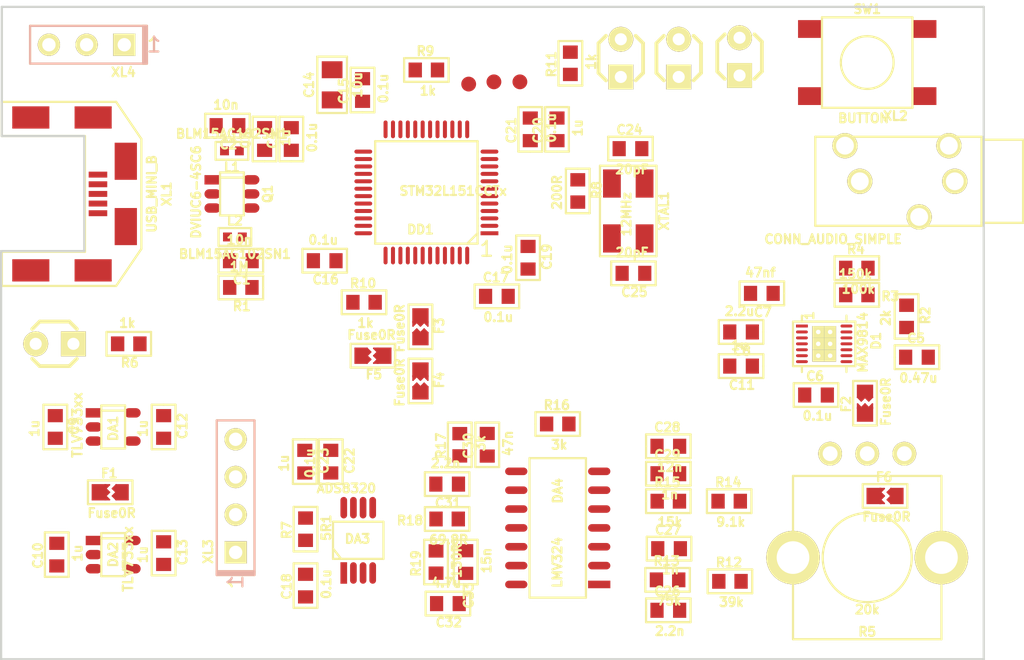
<source format=kicad_pcb>
(kicad_pcb (version 4) (host pcbnew 4.0.0-rc1-stable)

  (general
    (links 193)
    (no_connects 193)
    (area 38.624999 62.205 173.925001 139.5947)
    (thickness 1.6)
    (drawings 29)
    (tracks 0)
    (zones 0)
    (modules 80)
    (nets 55)
  )

  (page A4)
  (layers
    (0 F.Cu signal)
    (31 B.Cu signal)
    (32 B.Adhes user)
    (33 F.Adhes user)
    (34 B.Paste user)
    (35 F.Paste user)
    (36 B.SilkS user)
    (37 F.SilkS user)
    (38 B.Mask user)
    (39 F.Mask user)
    (40 Dwgs.User user hide)
    (41 Cmts.User user)
    (42 Eco1.User user)
    (43 Eco2.User user)
    (44 Edge.Cuts user)
    (45 Margin user)
    (46 B.CrtYd user)
    (47 F.CrtYd user)
    (48 B.Fab user)
    (49 F.Fab user)
  )

  (setup
    (last_trace_width 0.2)
    (trace_clearance 0.2)
    (zone_clearance 0.508)
    (zone_45_only no)
    (trace_min 0.2)
    (segment_width 0.2)
    (edge_width 0.15)
    (via_size 0.8)
    (via_drill 0.4)
    (via_min_size 0.4)
    (via_min_drill 0.3)
    (uvia_size 0.3)
    (uvia_drill 0.1)
    (uvias_allowed no)
    (uvia_min_size 0.2)
    (uvia_min_drill 0.1)
    (pcb_text_width 0.3)
    (pcb_text_size 1.5 1.5)
    (mod_edge_width 0.15)
    (mod_text_size 1 1)
    (mod_text_width 0.15)
    (pad_size 1.524 1.524)
    (pad_drill 0.762)
    (pad_to_mask_clearance 0.2)
    (aux_axis_origin 0 0)
    (visible_elements 7FFFF7FF)
    (pcbplotparams
      (layerselection 0x00030_80000001)
      (usegerberextensions false)
      (excludeedgelayer true)
      (linewidth 0.100000)
      (plotframeref false)
      (viasonmask false)
      (mode 1)
      (useauxorigin false)
      (hpglpennumber 1)
      (hpglpenspeed 20)
      (hpglpendiameter 15)
      (hpglpenoverlay 2)
      (psnegative false)
      (psa4output false)
      (plotreference true)
      (plotvalue true)
      (plotinvisibletext false)
      (padsonsilk false)
      (subtractmaskfromsilk false)
      (outputformat 1)
      (mirror false)
      (drillshape 1)
      (scaleselection 1)
      (outputdirectory ""))
  )

  (net 0 "")
  (net 1 /SHLD)
  (net 2 GND)
  (net 3 /USB_IN_1)
  (net 4 +5V)
  (net 5 "Net-(C5-Pad1)")
  (net 6 AGND)
  (net 7 "Net-(C6-Pad1)")
  (net 8 /MIC_IN)
  (net 9 "Net-(C7-Pad1)")
  (net 10 "Net-(C8-Pad1)")
  (net 11 +3.3V_A)
  (net 12 +3.3V)
  (net 13 "Net-(C22-Pad2)")
  (net 14 "Net-(C24-Pad1)")
  (net 15 "Net-(C25-Pad1)")
  (net 16 "Net-(C26-Pad1)")
  (net 17 "Net-(C26-Pad2)")
  (net 18 "Net-(C27-Pad1)")
  (net 19 "Net-(C28-Pad1)")
  (net 20 "Net-(C28-Pad2)")
  (net 21 "Net-(C29-Pad1)")
  (net 22 "Net-(C30-Pad1)")
  (net 23 "Net-(C30-Pad2)")
  (net 24 "Net-(C31-Pad1)")
  (net 25 /ADC_IN)
  (net 26 "Net-(C32-Pad2)")
  (net 27 "Net-(C33-Pad1)")
  (net 28 "Net-(D1-Pad6)")
  (net 29 "Net-(D1-Pad9)")
  (net 30 "Net-(D1-Pad10)")
  (net 31 /MIC_BIAS)
  (net 32 "Net-(D1-Pad14)")
  (net 33 "Net-(D2-PadA)")
  (net 34 "Net-(D3-PadA)")
  (net 35 "Net-(D4-PadA)")
  (net 36 "Net-(D5-PadA)")
  (net 37 /SCK)
  (net 38 /DOUT)
  (net 39 /CSIN)
  (net 40 "Net-(DD1-Pad6)")
  (net 41 "Net-(DD1-Pad18)")
  (net 42 "Net-(DD1-Pad19)")
  (net 43 /GAIN_CTRL)
  (net 44 /TX)
  (net 45 /RX)
  (net 46 /D-)
  (net 47 /D+)
  (net 48 /SWDIO)
  (net 49 /SWCLK)
  (net 50 "Net-(DD1-Pad40)")
  (net 51 "Net-(DD1-Pad41)")
  (net 52 "Net-(DD1-Pad42)")
  (net 53 /AMP_OUT)
  (net 54 /USB_IN_2)

  (net_class Default "This is the default net class."
    (clearance 0.2)
    (trace_width 0.2)
    (via_dia 0.8)
    (via_drill 0.4)
    (uvia_dia 0.3)
    (uvia_drill 0.1)
    (add_net /ADC_IN)
    (add_net /AMP_OUT)
    (add_net /CSIN)
    (add_net /D+)
    (add_net /D-)
    (add_net /DOUT)
    (add_net /GAIN_CTRL)
    (add_net /MIC_BIAS)
    (add_net /MIC_IN)
    (add_net /RX)
    (add_net /SCK)
    (add_net /SHLD)
    (add_net /SWCLK)
    (add_net /SWDIO)
    (add_net /TX)
    (add_net "Net-(C22-Pad2)")
    (add_net "Net-(C24-Pad1)")
    (add_net "Net-(C25-Pad1)")
    (add_net "Net-(C26-Pad1)")
    (add_net "Net-(C26-Pad2)")
    (add_net "Net-(C27-Pad1)")
    (add_net "Net-(C28-Pad1)")
    (add_net "Net-(C28-Pad2)")
    (add_net "Net-(C29-Pad1)")
    (add_net "Net-(C30-Pad1)")
    (add_net "Net-(C30-Pad2)")
    (add_net "Net-(C31-Pad1)")
    (add_net "Net-(C32-Pad2)")
    (add_net "Net-(C33-Pad1)")
    (add_net "Net-(C5-Pad1)")
    (add_net "Net-(C6-Pad1)")
    (add_net "Net-(C7-Pad1)")
    (add_net "Net-(C8-Pad1)")
    (add_net "Net-(D1-Pad10)")
    (add_net "Net-(D1-Pad14)")
    (add_net "Net-(D1-Pad6)")
    (add_net "Net-(D1-Pad9)")
    (add_net "Net-(D2-PadA)")
    (add_net "Net-(D3-PadA)")
    (add_net "Net-(D4-PadA)")
    (add_net "Net-(D5-PadA)")
    (add_net "Net-(DD1-Pad18)")
    (add_net "Net-(DD1-Pad19)")
    (add_net "Net-(DD1-Pad40)")
    (add_net "Net-(DD1-Pad41)")
    (add_net "Net-(DD1-Pad42)")
    (add_net "Net-(DD1-Pad6)")
  )

  (net_class Wide ""
    (clearance 0.2)
    (trace_width 0.5)
    (via_dia 0.8)
    (via_drill 0.4)
    (uvia_dia 0.3)
    (uvia_drill 0.1)
    (add_net +3.3V)
    (add_net +3.3V_A)
    (add_net +5V)
    (add_net /USB_IN_1)
    (add_net /USB_IN_2)
    (add_net AGND)
    (add_net GND)
  )

  (module Capacitors:CAP_0603 (layer F.Cu) (tedit 551AC0D3) (tstamp 56545A56)
    (at 116.2 95.55 180)
    (path /564C8AC3)
    (attr smd)
    (fp_text reference C1 (at -0.0635 -1.27 180) (layer F.SilkS)
      (effects (font (size 0.6 0.6) (thickness 0.15)))
    )
    (fp_text value 10n (at 0.09906 1.39954 180) (layer F.SilkS)
      (effects (font (size 0.6 0.6) (thickness 0.15)))
    )
    (fp_line (start -1.5 0) (end -1.5 -0.8) (layer F.SilkS) (width 0.15))
    (fp_line (start -1.5 -0.8) (end 1.5 -0.8) (layer F.SilkS) (width 0.15))
    (fp_line (start 1.5 -0.8) (end 1.5 0.8) (layer F.SilkS) (width 0.15))
    (fp_line (start 1.5 0.8) (end -1.5 0.8) (layer F.SilkS) (width 0.15))
    (fp_line (start -1.5 0.8) (end -1.5 0) (layer F.SilkS) (width 0.15))
    (pad 1 smd rect (at -0.762 0 180) (size 0.889 1.016) (layers F.Cu F.Paste F.Mask)
      (net 1 /SHLD))
    (pad 2 smd rect (at 0.762 0 180) (size 0.889 1.016) (layers F.Cu F.Paste F.Mask)
      (net 2 GND))
    (model 3d\c_0603.wrl
      (at (xyz 0 0 0))
      (scale (xyz 1 1 1))
      (rotate (xyz 0 0 0))
    )
  )

  (module Capacitors:CAP_0603 (layer F.Cu) (tedit 551AC0D3) (tstamp 56545A5C)
    (at 115.3 86.45 180)
    (path /564C9CE1)
    (attr smd)
    (fp_text reference C2 (at -0.0635 -1.27 180) (layer F.SilkS)
      (effects (font (size 0.6 0.6) (thickness 0.15)))
    )
    (fp_text value 10n (at 0.09906 1.39954 180) (layer F.SilkS)
      (effects (font (size 0.6 0.6) (thickness 0.15)))
    )
    (fp_line (start -1.5 0) (end -1.5 -0.8) (layer F.SilkS) (width 0.15))
    (fp_line (start -1.5 -0.8) (end 1.5 -0.8) (layer F.SilkS) (width 0.15))
    (fp_line (start 1.5 -0.8) (end 1.5 0.8) (layer F.SilkS) (width 0.15))
    (fp_line (start 1.5 0.8) (end -1.5 0.8) (layer F.SilkS) (width 0.15))
    (fp_line (start -1.5 0.8) (end -1.5 0) (layer F.SilkS) (width 0.15))
    (pad 1 smd rect (at -0.762 0 180) (size 0.889 1.016) (layers F.Cu F.Paste F.Mask)
      (net 2 GND))
    (pad 2 smd rect (at 0.762 0 180) (size 0.889 1.016) (layers F.Cu F.Paste F.Mask)
      (net 3 /USB_IN_1))
    (model 3d\c_0603.wrl
      (at (xyz 0 0 0))
      (scale (xyz 1 1 1))
      (rotate (xyz 0 0 0))
    )
  )

  (module Capacitors:CAP_0603 (layer F.Cu) (tedit 551AC0D3) (tstamp 56545A62)
    (at 117.8 87.35 90)
    (path /564CA1FC)
    (attr smd)
    (fp_text reference C3 (at -0.0635 -1.27 90) (layer F.SilkS)
      (effects (font (size 0.6 0.6) (thickness 0.15)))
    )
    (fp_text value 1u (at 0.09906 1.39954 90) (layer F.SilkS)
      (effects (font (size 0.6 0.6) (thickness 0.15)))
    )
    (fp_line (start -1.5 0) (end -1.5 -0.8) (layer F.SilkS) (width 0.15))
    (fp_line (start -1.5 -0.8) (end 1.5 -0.8) (layer F.SilkS) (width 0.15))
    (fp_line (start 1.5 -0.8) (end 1.5 0.8) (layer F.SilkS) (width 0.15))
    (fp_line (start 1.5 0.8) (end -1.5 0.8) (layer F.SilkS) (width 0.15))
    (fp_line (start -1.5 0.8) (end -1.5 0) (layer F.SilkS) (width 0.15))
    (pad 1 smd rect (at -0.762 0 90) (size 0.889 1.016) (layers F.Cu F.Paste F.Mask)
      (net 4 +5V))
    (pad 2 smd rect (at 0.762 0 90) (size 0.889 1.016) (layers F.Cu F.Paste F.Mask)
      (net 2 GND))
    (model 3d\c_0603.wrl
      (at (xyz 0 0 0))
      (scale (xyz 1 1 1))
      (rotate (xyz 0 0 0))
    )
  )

  (module Capacitors:CAP_0603 (layer F.Cu) (tedit 551AC0D3) (tstamp 56545A68)
    (at 119.6 87.35 90)
    (path /564CA2AE)
    (attr smd)
    (fp_text reference C4 (at -0.0635 -1.27 90) (layer F.SilkS)
      (effects (font (size 0.6 0.6) (thickness 0.15)))
    )
    (fp_text value 0.1u (at 0.09906 1.39954 90) (layer F.SilkS)
      (effects (font (size 0.6 0.6) (thickness 0.15)))
    )
    (fp_line (start -1.5 0) (end -1.5 -0.8) (layer F.SilkS) (width 0.15))
    (fp_line (start -1.5 -0.8) (end 1.5 -0.8) (layer F.SilkS) (width 0.15))
    (fp_line (start 1.5 -0.8) (end 1.5 0.8) (layer F.SilkS) (width 0.15))
    (fp_line (start 1.5 0.8) (end -1.5 0.8) (layer F.SilkS) (width 0.15))
    (fp_line (start -1.5 0.8) (end -1.5 0) (layer F.SilkS) (width 0.15))
    (pad 1 smd rect (at -0.762 0 90) (size 0.889 1.016) (layers F.Cu F.Paste F.Mask)
      (net 4 +5V))
    (pad 2 smd rect (at 0.762 0 90) (size 0.889 1.016) (layers F.Cu F.Paste F.Mask)
      (net 2 GND))
    (model 3d\c_0603.wrl
      (at (xyz 0 0 0))
      (scale (xyz 1 1 1))
      (rotate (xyz 0 0 0))
    )
  )

  (module Capacitors:CAP_0603 (layer F.Cu) (tedit 551AC0D3) (tstamp 56545A6E)
    (at 161.75 102.05)
    (path /564DD5EB)
    (attr smd)
    (fp_text reference C5 (at -0.0635 -1.27) (layer F.SilkS)
      (effects (font (size 0.6 0.6) (thickness 0.15)))
    )
    (fp_text value 0.47u (at 0.09906 1.39954) (layer F.SilkS)
      (effects (font (size 0.6 0.6) (thickness 0.15)))
    )
    (fp_line (start -1.5 0) (end -1.5 -0.8) (layer F.SilkS) (width 0.15))
    (fp_line (start -1.5 -0.8) (end 1.5 -0.8) (layer F.SilkS) (width 0.15))
    (fp_line (start 1.5 -0.8) (end 1.5 0.8) (layer F.SilkS) (width 0.15))
    (fp_line (start 1.5 0.8) (end -1.5 0.8) (layer F.SilkS) (width 0.15))
    (fp_line (start -1.5 0.8) (end -1.5 0) (layer F.SilkS) (width 0.15))
    (pad 1 smd rect (at -0.762 0) (size 0.889 1.016) (layers F.Cu F.Paste F.Mask)
      (net 5 "Net-(C5-Pad1)"))
    (pad 2 smd rect (at 0.762 0) (size 0.889 1.016) (layers F.Cu F.Paste F.Mask)
      (net 6 AGND))
    (model 3d\c_0603.wrl
      (at (xyz 0 0 0))
      (scale (xyz 1 1 1))
      (rotate (xyz 0 0 0))
    )
  )

  (module Capacitors:CAP_0603 (layer F.Cu) (tedit 551AC0D3) (tstamp 56545A74)
    (at 154.95 104.6)
    (path /564DD81C)
    (attr smd)
    (fp_text reference C6 (at -0.0635 -1.27) (layer F.SilkS)
      (effects (font (size 0.6 0.6) (thickness 0.15)))
    )
    (fp_text value 0.1u (at 0.09906 1.39954) (layer F.SilkS)
      (effects (font (size 0.6 0.6) (thickness 0.15)))
    )
    (fp_line (start -1.5 0) (end -1.5 -0.8) (layer F.SilkS) (width 0.15))
    (fp_line (start -1.5 -0.8) (end 1.5 -0.8) (layer F.SilkS) (width 0.15))
    (fp_line (start 1.5 -0.8) (end 1.5 0.8) (layer F.SilkS) (width 0.15))
    (fp_line (start 1.5 0.8) (end -1.5 0.8) (layer F.SilkS) (width 0.15))
    (fp_line (start -1.5 0.8) (end -1.5 0) (layer F.SilkS) (width 0.15))
    (pad 1 smd rect (at -0.762 0) (size 0.889 1.016) (layers F.Cu F.Paste F.Mask)
      (net 7 "Net-(C6-Pad1)"))
    (pad 2 smd rect (at 0.762 0) (size 0.889 1.016) (layers F.Cu F.Paste F.Mask)
      (net 8 /MIC_IN))
    (model 3d\c_0603.wrl
      (at (xyz 0 0 0))
      (scale (xyz 1 1 1))
      (rotate (xyz 0 0 0))
    )
  )

  (module Capacitors:CAP_0603 (layer F.Cu) (tedit 551AC0D3) (tstamp 56545A7A)
    (at 151.3 97.75 180)
    (path /564DD3C4)
    (attr smd)
    (fp_text reference C7 (at -0.0635 -1.27 180) (layer F.SilkS)
      (effects (font (size 0.6 0.6) (thickness 0.15)))
    )
    (fp_text value 47nf (at 0.09906 1.39954 180) (layer F.SilkS)
      (effects (font (size 0.6 0.6) (thickness 0.15)))
    )
    (fp_line (start -1.5 0) (end -1.5 -0.8) (layer F.SilkS) (width 0.15))
    (fp_line (start -1.5 -0.8) (end 1.5 -0.8) (layer F.SilkS) (width 0.15))
    (fp_line (start 1.5 -0.8) (end 1.5 0.8) (layer F.SilkS) (width 0.15))
    (fp_line (start 1.5 0.8) (end -1.5 0.8) (layer F.SilkS) (width 0.15))
    (fp_line (start -1.5 0.8) (end -1.5 0) (layer F.SilkS) (width 0.15))
    (pad 1 smd rect (at -0.762 0 180) (size 0.889 1.016) (layers F.Cu F.Paste F.Mask)
      (net 9 "Net-(C7-Pad1)"))
    (pad 2 smd rect (at 0.762 0 180) (size 0.889 1.016) (layers F.Cu F.Paste F.Mask)
      (net 6 AGND))
    (model 3d\c_0603.wrl
      (at (xyz 0 0 0))
      (scale (xyz 1 1 1))
      (rotate (xyz 0 0 0))
    )
  )

  (module Capacitors:CAP_0603 (layer F.Cu) (tedit 551AC0D3) (tstamp 56545A80)
    (at 149.9 100.35 180)
    (path /564DD145)
    (attr smd)
    (fp_text reference C8 (at -0.0635 -1.27 180) (layer F.SilkS)
      (effects (font (size 0.6 0.6) (thickness 0.15)))
    )
    (fp_text value 2.2u (at 0.09906 1.39954 180) (layer F.SilkS)
      (effects (font (size 0.6 0.6) (thickness 0.15)))
    )
    (fp_line (start -1.5 0) (end -1.5 -0.8) (layer F.SilkS) (width 0.15))
    (fp_line (start -1.5 -0.8) (end 1.5 -0.8) (layer F.SilkS) (width 0.15))
    (fp_line (start 1.5 -0.8) (end 1.5 0.8) (layer F.SilkS) (width 0.15))
    (fp_line (start 1.5 0.8) (end -1.5 0.8) (layer F.SilkS) (width 0.15))
    (fp_line (start -1.5 0.8) (end -1.5 0) (layer F.SilkS) (width 0.15))
    (pad 1 smd rect (at -0.762 0 180) (size 0.889 1.016) (layers F.Cu F.Paste F.Mask)
      (net 10 "Net-(C8-Pad1)"))
    (pad 2 smd rect (at 0.762 0 180) (size 0.889 1.016) (layers F.Cu F.Paste F.Mask)
      (net 6 AGND))
    (model 3d\c_0603.wrl
      (at (xyz 0 0 0))
      (scale (xyz 1 1 1))
      (rotate (xyz 0 0 0))
    )
  )

  (module Capacitors:CAP_0603 (layer F.Cu) (tedit 551AC0D3) (tstamp 56545A86)
    (at 103.7 106.75 270)
    (path /564BCAC2)
    (attr smd)
    (fp_text reference C9 (at -0.0635 -1.27 270) (layer F.SilkS)
      (effects (font (size 0.6 0.6) (thickness 0.15)))
    )
    (fp_text value 1u (at 0.09906 1.39954 270) (layer F.SilkS)
      (effects (font (size 0.6 0.6) (thickness 0.15)))
    )
    (fp_line (start -1.5 0) (end -1.5 -0.8) (layer F.SilkS) (width 0.15))
    (fp_line (start -1.5 -0.8) (end 1.5 -0.8) (layer F.SilkS) (width 0.15))
    (fp_line (start 1.5 -0.8) (end 1.5 0.8) (layer F.SilkS) (width 0.15))
    (fp_line (start 1.5 0.8) (end -1.5 0.8) (layer F.SilkS) (width 0.15))
    (fp_line (start -1.5 0.8) (end -1.5 0) (layer F.SilkS) (width 0.15))
    (pad 1 smd rect (at -0.762 0 270) (size 0.889 1.016) (layers F.Cu F.Paste F.Mask)
      (net 4 +5V))
    (pad 2 smd rect (at 0.762 0 270) (size 0.889 1.016) (layers F.Cu F.Paste F.Mask)
      (net 2 GND))
    (model 3d\c_0603.wrl
      (at (xyz 0 0 0))
      (scale (xyz 1 1 1))
      (rotate (xyz 0 0 0))
    )
  )

  (module Capacitors:CAP_0603 (layer F.Cu) (tedit 551AC0D3) (tstamp 56545A8C)
    (at 103.8 115.35 90)
    (path /564BD06D)
    (attr smd)
    (fp_text reference C10 (at -0.0635 -1.27 90) (layer F.SilkS)
      (effects (font (size 0.6 0.6) (thickness 0.15)))
    )
    (fp_text value 1u (at 0.09906 1.39954 90) (layer F.SilkS)
      (effects (font (size 0.6 0.6) (thickness 0.15)))
    )
    (fp_line (start -1.5 0) (end -1.5 -0.8) (layer F.SilkS) (width 0.15))
    (fp_line (start -1.5 -0.8) (end 1.5 -0.8) (layer F.SilkS) (width 0.15))
    (fp_line (start 1.5 -0.8) (end 1.5 0.8) (layer F.SilkS) (width 0.15))
    (fp_line (start 1.5 0.8) (end -1.5 0.8) (layer F.SilkS) (width 0.15))
    (fp_line (start -1.5 0.8) (end -1.5 0) (layer F.SilkS) (width 0.15))
    (pad 1 smd rect (at -0.762 0 90) (size 0.889 1.016) (layers F.Cu F.Paste F.Mask)
      (net 4 +5V))
    (pad 2 smd rect (at 0.762 0 90) (size 0.889 1.016) (layers F.Cu F.Paste F.Mask)
      (net 6 AGND))
    (model 3d\c_0603.wrl
      (at (xyz 0 0 0))
      (scale (xyz 1 1 1))
      (rotate (xyz 0 0 0))
    )
  )

  (module Capacitors:CAP_0603 (layer F.Cu) (tedit 551AC0D3) (tstamp 56545A92)
    (at 149.9 102.65 180)
    (path /564E701D)
    (attr smd)
    (fp_text reference C11 (at -0.0635 -1.27 180) (layer F.SilkS)
      (effects (font (size 0.6 0.6) (thickness 0.15)))
    )
    (fp_text value 1u (at 0.09906 1.39954 180) (layer F.SilkS)
      (effects (font (size 0.6 0.6) (thickness 0.15)))
    )
    (fp_line (start -1.5 0) (end -1.5 -0.8) (layer F.SilkS) (width 0.15))
    (fp_line (start -1.5 -0.8) (end 1.5 -0.8) (layer F.SilkS) (width 0.15))
    (fp_line (start 1.5 -0.8) (end 1.5 0.8) (layer F.SilkS) (width 0.15))
    (fp_line (start 1.5 0.8) (end -1.5 0.8) (layer F.SilkS) (width 0.15))
    (fp_line (start -1.5 0.8) (end -1.5 0) (layer F.SilkS) (width 0.15))
    (pad 1 smd rect (at -0.762 0 180) (size 0.889 1.016) (layers F.Cu F.Paste F.Mask)
      (net 11 +3.3V_A))
    (pad 2 smd rect (at 0.762 0 180) (size 0.889 1.016) (layers F.Cu F.Paste F.Mask)
      (net 6 AGND))
    (model 3d\c_0603.wrl
      (at (xyz 0 0 0))
      (scale (xyz 1 1 1))
      (rotate (xyz 0 0 0))
    )
  )

  (module Capacitors:CAP_0603 (layer F.Cu) (tedit 551AC0D3) (tstamp 56545A98)
    (at 111 106.75 270)
    (path /564BCB27)
    (attr smd)
    (fp_text reference C12 (at -0.0635 -1.27 270) (layer F.SilkS)
      (effects (font (size 0.6 0.6) (thickness 0.15)))
    )
    (fp_text value 1u (at 0.09906 1.39954 270) (layer F.SilkS)
      (effects (font (size 0.6 0.6) (thickness 0.15)))
    )
    (fp_line (start -1.5 0) (end -1.5 -0.8) (layer F.SilkS) (width 0.15))
    (fp_line (start -1.5 -0.8) (end 1.5 -0.8) (layer F.SilkS) (width 0.15))
    (fp_line (start 1.5 -0.8) (end 1.5 0.8) (layer F.SilkS) (width 0.15))
    (fp_line (start 1.5 0.8) (end -1.5 0.8) (layer F.SilkS) (width 0.15))
    (fp_line (start -1.5 0.8) (end -1.5 0) (layer F.SilkS) (width 0.15))
    (pad 1 smd rect (at -0.762 0 270) (size 0.889 1.016) (layers F.Cu F.Paste F.Mask)
      (net 12 +3.3V))
    (pad 2 smd rect (at 0.762 0 270) (size 0.889 1.016) (layers F.Cu F.Paste F.Mask)
      (net 2 GND))
    (model 3d\c_0603.wrl
      (at (xyz 0 0 0))
      (scale (xyz 1 1 1))
      (rotate (xyz 0 0 0))
    )
  )

  (module Capacitors:CAP_0603 (layer F.Cu) (tedit 551AC0D3) (tstamp 56545A9E)
    (at 111 115.25 270)
    (path /564BD0BC)
    (attr smd)
    (fp_text reference C13 (at -0.0635 -1.27 270) (layer F.SilkS)
      (effects (font (size 0.6 0.6) (thickness 0.15)))
    )
    (fp_text value 1u (at 0.09906 1.39954 270) (layer F.SilkS)
      (effects (font (size 0.6 0.6) (thickness 0.15)))
    )
    (fp_line (start -1.5 0) (end -1.5 -0.8) (layer F.SilkS) (width 0.15))
    (fp_line (start -1.5 -0.8) (end 1.5 -0.8) (layer F.SilkS) (width 0.15))
    (fp_line (start 1.5 -0.8) (end 1.5 0.8) (layer F.SilkS) (width 0.15))
    (fp_line (start 1.5 0.8) (end -1.5 0.8) (layer F.SilkS) (width 0.15))
    (fp_line (start -1.5 0.8) (end -1.5 0) (layer F.SilkS) (width 0.15))
    (pad 1 smd rect (at -0.762 0 270) (size 0.889 1.016) (layers F.Cu F.Paste F.Mask)
      (net 11 +3.3V_A))
    (pad 2 smd rect (at 0.762 0 270) (size 0.889 1.016) (layers F.Cu F.Paste F.Mask)
      (net 6 AGND))
    (model 3d\c_0603.wrl
      (at (xyz 0 0 0))
      (scale (xyz 1 1 1))
      (rotate (xyz 0 0 0))
    )
  )

  (module Capacitors:CAP_0805 (layer F.Cu) (tedit 551AC196) (tstamp 56545AA4)
    (at 122.35 83.7 90)
    (path /564B9EDA)
    (attr smd)
    (fp_text reference C14 (at 0 -1.55 90) (layer F.SilkS)
      (effects (font (size 0.6 0.6) (thickness 0.15)))
    )
    (fp_text value 10u (at 0 1.69926 90) (layer F.SilkS)
      (effects (font (size 0.6 0.6) (thickness 0.15)))
    )
    (fp_line (start -1.9 -1) (end 1.9 -1) (layer F.SilkS) (width 0.15))
    (fp_line (start 1.9 -1) (end 1.9 1) (layer F.SilkS) (width 0.15))
    (fp_line (start 1.9 1) (end -1.9 1) (layer F.SilkS) (width 0.15))
    (fp_line (start -1.9 1) (end -1.9 -1) (layer F.SilkS) (width 0.15))
    (pad 1 smd rect (at -1.016 0 90) (size 1.143 1.397) (layers F.Cu F.Paste F.Mask)
      (net 12 +3.3V))
    (pad 2 smd rect (at 1.016 0 90) (size 1.143 1.397) (layers F.Cu F.Paste F.Mask)
      (net 2 GND))
    (model 3d\c_0805.wrl
      (at (xyz 0 0 0))
      (scale (xyz 1 1 1))
      (rotate (xyz 0 0 0))
    )
  )

  (module Capacitors:CAP_0603 (layer F.Cu) (tedit 551AC0D3) (tstamp 56545AAA)
    (at 124.4 84.05 90)
    (path /564B9EA9)
    (attr smd)
    (fp_text reference C15 (at -0.0635 -1.27 90) (layer F.SilkS)
      (effects (font (size 0.6 0.6) (thickness 0.15)))
    )
    (fp_text value 0.1u (at 0.09906 1.39954 90) (layer F.SilkS)
      (effects (font (size 0.6 0.6) (thickness 0.15)))
    )
    (fp_line (start -1.5 0) (end -1.5 -0.8) (layer F.SilkS) (width 0.15))
    (fp_line (start -1.5 -0.8) (end 1.5 -0.8) (layer F.SilkS) (width 0.15))
    (fp_line (start 1.5 -0.8) (end 1.5 0.8) (layer F.SilkS) (width 0.15))
    (fp_line (start 1.5 0.8) (end -1.5 0.8) (layer F.SilkS) (width 0.15))
    (fp_line (start -1.5 0.8) (end -1.5 0) (layer F.SilkS) (width 0.15))
    (pad 1 smd rect (at -0.762 0 90) (size 0.889 1.016) (layers F.Cu F.Paste F.Mask)
      (net 12 +3.3V))
    (pad 2 smd rect (at 0.762 0 90) (size 0.889 1.016) (layers F.Cu F.Paste F.Mask)
      (net 2 GND))
    (model 3d\c_0603.wrl
      (at (xyz 0 0 0))
      (scale (xyz 1 1 1))
      (rotate (xyz 0 0 0))
    )
  )

  (module Capacitors:CAP_0603 (layer F.Cu) (tedit 551AC0D3) (tstamp 56545AB0)
    (at 121.85 95.55 180)
    (path /564B9E7A)
    (attr smd)
    (fp_text reference C16 (at -0.0635 -1.27 180) (layer F.SilkS)
      (effects (font (size 0.6 0.6) (thickness 0.15)))
    )
    (fp_text value 0.1u (at 0.09906 1.39954 180) (layer F.SilkS)
      (effects (font (size 0.6 0.6) (thickness 0.15)))
    )
    (fp_line (start -1.5 0) (end -1.5 -0.8) (layer F.SilkS) (width 0.15))
    (fp_line (start -1.5 -0.8) (end 1.5 -0.8) (layer F.SilkS) (width 0.15))
    (fp_line (start 1.5 -0.8) (end 1.5 0.8) (layer F.SilkS) (width 0.15))
    (fp_line (start 1.5 0.8) (end -1.5 0.8) (layer F.SilkS) (width 0.15))
    (fp_line (start -1.5 0.8) (end -1.5 0) (layer F.SilkS) (width 0.15))
    (pad 1 smd rect (at -0.762 0 180) (size 0.889 1.016) (layers F.Cu F.Paste F.Mask)
      (net 12 +3.3V))
    (pad 2 smd rect (at 0.762 0 180) (size 0.889 1.016) (layers F.Cu F.Paste F.Mask)
      (net 2 GND))
    (model 3d\c_0603.wrl
      (at (xyz 0 0 0))
      (scale (xyz 1 1 1))
      (rotate (xyz 0 0 0))
    )
  )

  (module Capacitors:CAP_0603 (layer F.Cu) (tedit 551AC0D3) (tstamp 56545AB6)
    (at 133.45 97.95)
    (path /564B9E27)
    (attr smd)
    (fp_text reference C17 (at -0.0635 -1.27) (layer F.SilkS)
      (effects (font (size 0.6 0.6) (thickness 0.15)))
    )
    (fp_text value 0.1u (at 0.09906 1.39954) (layer F.SilkS)
      (effects (font (size 0.6 0.6) (thickness 0.15)))
    )
    (fp_line (start -1.5 0) (end -1.5 -0.8) (layer F.SilkS) (width 0.15))
    (fp_line (start -1.5 -0.8) (end 1.5 -0.8) (layer F.SilkS) (width 0.15))
    (fp_line (start 1.5 -0.8) (end 1.5 0.8) (layer F.SilkS) (width 0.15))
    (fp_line (start 1.5 0.8) (end -1.5 0.8) (layer F.SilkS) (width 0.15))
    (fp_line (start -1.5 0.8) (end -1.5 0) (layer F.SilkS) (width 0.15))
    (pad 1 smd rect (at -0.762 0) (size 0.889 1.016) (layers F.Cu F.Paste F.Mask)
      (net 12 +3.3V))
    (pad 2 smd rect (at 0.762 0) (size 0.889 1.016) (layers F.Cu F.Paste F.Mask)
      (net 2 GND))
    (model 3d\c_0603.wrl
      (at (xyz 0 0 0))
      (scale (xyz 1 1 1))
      (rotate (xyz 0 0 0))
    )
  )

  (module Capacitors:CAP_0603 (layer F.Cu) (tedit 551AC0D3) (tstamp 56545ABC)
    (at 120.559069 117.437017 90)
    (path /564F3B15)
    (attr smd)
    (fp_text reference C18 (at -0.0635 -1.27 90) (layer F.SilkS)
      (effects (font (size 0.6 0.6) (thickness 0.15)))
    )
    (fp_text value 0.1u (at 0.09906 1.39954 90) (layer F.SilkS)
      (effects (font (size 0.6 0.6) (thickness 0.15)))
    )
    (fp_line (start -1.5 0) (end -1.5 -0.8) (layer F.SilkS) (width 0.15))
    (fp_line (start -1.5 -0.8) (end 1.5 -0.8) (layer F.SilkS) (width 0.15))
    (fp_line (start 1.5 -0.8) (end 1.5 0.8) (layer F.SilkS) (width 0.15))
    (fp_line (start 1.5 0.8) (end -1.5 0.8) (layer F.SilkS) (width 0.15))
    (fp_line (start -1.5 0.8) (end -1.5 0) (layer F.SilkS) (width 0.15))
    (pad 1 smd rect (at -0.762 0 90) (size 0.889 1.016) (layers F.Cu F.Paste F.Mask)
      (net 6 AGND))
    (pad 2 smd rect (at 0.762 0 90) (size 0.889 1.016) (layers F.Cu F.Paste F.Mask)
      (net 11 +3.3V_A))
    (model 3d\c_0603.wrl
      (at (xyz 0 0 0))
      (scale (xyz 1 1 1))
      (rotate (xyz 0 0 0))
    )
  )

  (module Capacitors:CAP_0603 (layer F.Cu) (tedit 551AC0D3) (tstamp 56545AC2)
    (at 135.55 95.35 270)
    (path /564B9B7D)
    (attr smd)
    (fp_text reference C19 (at -0.0635 -1.27 270) (layer F.SilkS)
      (effects (font (size 0.6 0.6) (thickness 0.15)))
    )
    (fp_text value 0.1u (at 0.09906 1.39954 270) (layer F.SilkS)
      (effects (font (size 0.6 0.6) (thickness 0.15)))
    )
    (fp_line (start -1.5 0) (end -1.5 -0.8) (layer F.SilkS) (width 0.15))
    (fp_line (start -1.5 -0.8) (end 1.5 -0.8) (layer F.SilkS) (width 0.15))
    (fp_line (start 1.5 -0.8) (end 1.5 0.8) (layer F.SilkS) (width 0.15))
    (fp_line (start 1.5 0.8) (end -1.5 0.8) (layer F.SilkS) (width 0.15))
    (fp_line (start -1.5 0.8) (end -1.5 0) (layer F.SilkS) (width 0.15))
    (pad 1 smd rect (at -0.762 0 270) (size 0.889 1.016) (layers F.Cu F.Paste F.Mask)
      (net 12 +3.3V))
    (pad 2 smd rect (at 0.762 0 270) (size 0.889 1.016) (layers F.Cu F.Paste F.Mask)
      (net 2 GND))
    (model 3d\c_0603.wrl
      (at (xyz 0 0 0))
      (scale (xyz 1 1 1))
      (rotate (xyz 0 0 0))
    )
  )

  (module Capacitors:CAP_0603 (layer F.Cu) (tedit 551AC0D3) (tstamp 56545AC8)
    (at 137.5 86.7 90)
    (path /564B9A8D)
    (attr smd)
    (fp_text reference C20 (at -0.0635 -1.27 90) (layer F.SilkS)
      (effects (font (size 0.6 0.6) (thickness 0.15)))
    )
    (fp_text value 1u (at 0.09906 1.39954 90) (layer F.SilkS)
      (effects (font (size 0.6 0.6) (thickness 0.15)))
    )
    (fp_line (start -1.5 0) (end -1.5 -0.8) (layer F.SilkS) (width 0.15))
    (fp_line (start -1.5 -0.8) (end 1.5 -0.8) (layer F.SilkS) (width 0.15))
    (fp_line (start 1.5 -0.8) (end 1.5 0.8) (layer F.SilkS) (width 0.15))
    (fp_line (start 1.5 0.8) (end -1.5 0.8) (layer F.SilkS) (width 0.15))
    (fp_line (start -1.5 0.8) (end -1.5 0) (layer F.SilkS) (width 0.15))
    (pad 1 smd rect (at -0.762 0 90) (size 0.889 1.016) (layers F.Cu F.Paste F.Mask)
      (net 12 +3.3V))
    (pad 2 smd rect (at 0.762 0 90) (size 0.889 1.016) (layers F.Cu F.Paste F.Mask)
      (net 2 GND))
    (model 3d\c_0603.wrl
      (at (xyz 0 0 0))
      (scale (xyz 1 1 1))
      (rotate (xyz 0 0 0))
    )
  )

  (module Capacitors:CAP_0603 (layer F.Cu) (tedit 551AC0D3) (tstamp 56545ACE)
    (at 135.7 86.7 90)
    (path /564B9A3C)
    (attr smd)
    (fp_text reference C21 (at -0.0635 -1.27 90) (layer F.SilkS)
      (effects (font (size 0.6 0.6) (thickness 0.15)))
    )
    (fp_text value 0.1u (at 0.09906 1.39954 90) (layer F.SilkS)
      (effects (font (size 0.6 0.6) (thickness 0.15)))
    )
    (fp_line (start -1.5 0) (end -1.5 -0.8) (layer F.SilkS) (width 0.15))
    (fp_line (start -1.5 -0.8) (end 1.5 -0.8) (layer F.SilkS) (width 0.15))
    (fp_line (start 1.5 -0.8) (end 1.5 0.8) (layer F.SilkS) (width 0.15))
    (fp_line (start 1.5 0.8) (end -1.5 0.8) (layer F.SilkS) (width 0.15))
    (fp_line (start -1.5 0.8) (end -1.5 0) (layer F.SilkS) (width 0.15))
    (pad 1 smd rect (at -0.762 0 90) (size 0.889 1.016) (layers F.Cu F.Paste F.Mask)
      (net 12 +3.3V))
    (pad 2 smd rect (at 0.762 0 90) (size 0.889 1.016) (layers F.Cu F.Paste F.Mask)
      (net 2 GND))
    (model 3d\c_0603.wrl
      (at (xyz 0 0 0))
      (scale (xyz 1 1 1))
      (rotate (xyz 0 0 0))
    )
  )

  (module Capacitors:CAP_0603 (layer F.Cu) (tedit 551AC0D3) (tstamp 56545AD4)
    (at 122.259069 109.087017 270)
    (path /564F4043)
    (attr smd)
    (fp_text reference C22 (at -0.0635 -1.27 270) (layer F.SilkS)
      (effects (font (size 0.6 0.6) (thickness 0.15)))
    )
    (fp_text value 0.1u (at 0.09906 1.39954 270) (layer F.SilkS)
      (effects (font (size 0.6 0.6) (thickness 0.15)))
    )
    (fp_line (start -1.5 0) (end -1.5 -0.8) (layer F.SilkS) (width 0.15))
    (fp_line (start -1.5 -0.8) (end 1.5 -0.8) (layer F.SilkS) (width 0.15))
    (fp_line (start 1.5 -0.8) (end 1.5 0.8) (layer F.SilkS) (width 0.15))
    (fp_line (start 1.5 0.8) (end -1.5 0.8) (layer F.SilkS) (width 0.15))
    (fp_line (start -1.5 0.8) (end -1.5 0) (layer F.SilkS) (width 0.15))
    (pad 1 smd rect (at -0.762 0 270) (size 0.889 1.016) (layers F.Cu F.Paste F.Mask)
      (net 6 AGND))
    (pad 2 smd rect (at 0.762 0 270) (size 0.889 1.016) (layers F.Cu F.Paste F.Mask)
      (net 13 "Net-(C22-Pad2)"))
    (model 3d\c_0603.wrl
      (at (xyz 0 0 0))
      (scale (xyz 1 1 1))
      (rotate (xyz 0 0 0))
    )
  )

  (module Capacitors:CAP_0603 (layer F.Cu) (tedit 551AC0D3) (tstamp 56545ADA)
    (at 120.509069 109.087017 270)
    (path /564F40C2)
    (attr smd)
    (fp_text reference C23 (at -0.0635 -1.27 270) (layer F.SilkS)
      (effects (font (size 0.6 0.6) (thickness 0.15)))
    )
    (fp_text value 1u (at 0.09906 1.39954 270) (layer F.SilkS)
      (effects (font (size 0.6 0.6) (thickness 0.15)))
    )
    (fp_line (start -1.5 0) (end -1.5 -0.8) (layer F.SilkS) (width 0.15))
    (fp_line (start -1.5 -0.8) (end 1.5 -0.8) (layer F.SilkS) (width 0.15))
    (fp_line (start 1.5 -0.8) (end 1.5 0.8) (layer F.SilkS) (width 0.15))
    (fp_line (start 1.5 0.8) (end -1.5 0.8) (layer F.SilkS) (width 0.15))
    (fp_line (start -1.5 0.8) (end -1.5 0) (layer F.SilkS) (width 0.15))
    (pad 1 smd rect (at -0.762 0 270) (size 0.889 1.016) (layers F.Cu F.Paste F.Mask)
      (net 6 AGND))
    (pad 2 smd rect (at 0.762 0 270) (size 0.889 1.016) (layers F.Cu F.Paste F.Mask)
      (net 13 "Net-(C22-Pad2)"))
    (model 3d\c_0603.wrl
      (at (xyz 0 0 0))
      (scale (xyz 1 1 1))
      (rotate (xyz 0 0 0))
    )
  )

  (module Capacitors:CAP_0603 (layer F.Cu) (tedit 551AC0D3) (tstamp 56545AE0)
    (at 142.45 88)
    (path /564BE5B3)
    (attr smd)
    (fp_text reference C24 (at -0.0635 -1.27) (layer F.SilkS)
      (effects (font (size 0.6 0.6) (thickness 0.15)))
    )
    (fp_text value 20pF (at 0.09906 1.39954) (layer F.SilkS)
      (effects (font (size 0.6 0.6) (thickness 0.15)))
    )
    (fp_line (start -1.5 0) (end -1.5 -0.8) (layer F.SilkS) (width 0.15))
    (fp_line (start -1.5 -0.8) (end 1.5 -0.8) (layer F.SilkS) (width 0.15))
    (fp_line (start 1.5 -0.8) (end 1.5 0.8) (layer F.SilkS) (width 0.15))
    (fp_line (start 1.5 0.8) (end -1.5 0.8) (layer F.SilkS) (width 0.15))
    (fp_line (start -1.5 0.8) (end -1.5 0) (layer F.SilkS) (width 0.15))
    (pad 1 smd rect (at -0.762 0) (size 0.889 1.016) (layers F.Cu F.Paste F.Mask)
      (net 14 "Net-(C24-Pad1)"))
    (pad 2 smd rect (at 0.762 0) (size 0.889 1.016) (layers F.Cu F.Paste F.Mask)
      (net 2 GND))
    (model 3d\c_0603.wrl
      (at (xyz 0 0 0))
      (scale (xyz 1 1 1))
      (rotate (xyz 0 0 0))
    )
  )

  (module Capacitors:CAP_0603 (layer F.Cu) (tedit 551AC0D3) (tstamp 56545AE6)
    (at 142.65 96.4 180)
    (path /564BE60A)
    (attr smd)
    (fp_text reference C25 (at -0.0635 -1.27 180) (layer F.SilkS)
      (effects (font (size 0.6 0.6) (thickness 0.15)))
    )
    (fp_text value 20pF (at 0.09906 1.39954 180) (layer F.SilkS)
      (effects (font (size 0.6 0.6) (thickness 0.15)))
    )
    (fp_line (start -1.5 0) (end -1.5 -0.8) (layer F.SilkS) (width 0.15))
    (fp_line (start -1.5 -0.8) (end 1.5 -0.8) (layer F.SilkS) (width 0.15))
    (fp_line (start 1.5 -0.8) (end 1.5 0.8) (layer F.SilkS) (width 0.15))
    (fp_line (start 1.5 0.8) (end -1.5 0.8) (layer F.SilkS) (width 0.15))
    (fp_line (start -1.5 0.8) (end -1.5 0) (layer F.SilkS) (width 0.15))
    (pad 1 smd rect (at -0.762 0 180) (size 0.889 1.016) (layers F.Cu F.Paste F.Mask)
      (net 15 "Net-(C25-Pad1)"))
    (pad 2 smd rect (at 0.762 0 180) (size 0.889 1.016) (layers F.Cu F.Paste F.Mask)
      (net 2 GND))
    (model 3d\c_0603.wrl
      (at (xyz 0 0 0))
      (scale (xyz 1 1 1))
      (rotate (xyz 0 0 0))
    )
  )

  (module Capacitors:CAP_0603 (layer F.Cu) (tedit 551AC0D3) (tstamp 56545AEC)
    (at 145 119.1)
    (path /56538884)
    (attr smd)
    (fp_text reference C26 (at -0.0635 -1.27) (layer F.SilkS)
      (effects (font (size 0.6 0.6) (thickness 0.15)))
    )
    (fp_text value 2.2n (at 0.09906 1.39954) (layer F.SilkS)
      (effects (font (size 0.6 0.6) (thickness 0.15)))
    )
    (fp_line (start -1.5 0) (end -1.5 -0.8) (layer F.SilkS) (width 0.15))
    (fp_line (start -1.5 -0.8) (end 1.5 -0.8) (layer F.SilkS) (width 0.15))
    (fp_line (start 1.5 -0.8) (end 1.5 0.8) (layer F.SilkS) (width 0.15))
    (fp_line (start 1.5 0.8) (end -1.5 0.8) (layer F.SilkS) (width 0.15))
    (fp_line (start -1.5 0.8) (end -1.5 0) (layer F.SilkS) (width 0.15))
    (pad 1 smd rect (at -0.762 0) (size 0.889 1.016) (layers F.Cu F.Paste F.Mask)
      (net 16 "Net-(C26-Pad1)"))
    (pad 2 smd rect (at 0.762 0) (size 0.889 1.016) (layers F.Cu F.Paste F.Mask)
      (net 17 "Net-(C26-Pad2)"))
    (model 3d\c_0603.wrl
      (at (xyz 0 0 0))
      (scale (xyz 1 1 1))
      (rotate (xyz 0 0 0))
    )
  )

  (module Capacitors:CAP_0603 (layer F.Cu) (tedit 551AC0D3) (tstamp 56545AF2)
    (at 145.05 114.95)
    (path /5653519E)
    (attr smd)
    (fp_text reference C27 (at -0.0635 -1.27) (layer F.SilkS)
      (effects (font (size 0.6 0.6) (thickness 0.15)))
    )
    (fp_text value 1n (at 0.09906 1.39954) (layer F.SilkS)
      (effects (font (size 0.6 0.6) (thickness 0.15)))
    )
    (fp_line (start -1.5 0) (end -1.5 -0.8) (layer F.SilkS) (width 0.15))
    (fp_line (start -1.5 -0.8) (end 1.5 -0.8) (layer F.SilkS) (width 0.15))
    (fp_line (start 1.5 -0.8) (end 1.5 0.8) (layer F.SilkS) (width 0.15))
    (fp_line (start 1.5 0.8) (end -1.5 0.8) (layer F.SilkS) (width 0.15))
    (fp_line (start -1.5 0.8) (end -1.5 0) (layer F.SilkS) (width 0.15))
    (pad 1 smd rect (at -0.762 0) (size 0.889 1.016) (layers F.Cu F.Paste F.Mask)
      (net 18 "Net-(C27-Pad1)"))
    (pad 2 smd rect (at 0.762 0) (size 0.889 1.016) (layers F.Cu F.Paste F.Mask)
      (net 6 AGND))
    (model 3d\c_0603.wrl
      (at (xyz 0 0 0))
      (scale (xyz 1 1 1))
      (rotate (xyz 0 0 0))
    )
  )

  (module Capacitors:CAP_0603 (layer F.Cu) (tedit 551AC0D3) (tstamp 56545AF8)
    (at 145 108.05)
    (path /5653BE69)
    (attr smd)
    (fp_text reference C28 (at -0.0635 -1.27) (layer F.SilkS)
      (effects (font (size 0.6 0.6) (thickness 0.15)))
    )
    (fp_text value 12n (at 0.09906 1.39954) (layer F.SilkS)
      (effects (font (size 0.6 0.6) (thickness 0.15)))
    )
    (fp_line (start -1.5 0) (end -1.5 -0.8) (layer F.SilkS) (width 0.15))
    (fp_line (start -1.5 -0.8) (end 1.5 -0.8) (layer F.SilkS) (width 0.15))
    (fp_line (start 1.5 -0.8) (end 1.5 0.8) (layer F.SilkS) (width 0.15))
    (fp_line (start 1.5 0.8) (end -1.5 0.8) (layer F.SilkS) (width 0.15))
    (fp_line (start -1.5 0.8) (end -1.5 0) (layer F.SilkS) (width 0.15))
    (pad 1 smd rect (at -0.762 0) (size 0.889 1.016) (layers F.Cu F.Paste F.Mask)
      (net 19 "Net-(C28-Pad1)"))
    (pad 2 smd rect (at 0.762 0) (size 0.889 1.016) (layers F.Cu F.Paste F.Mask)
      (net 20 "Net-(C28-Pad2)"))
    (model 3d\c_0603.wrl
      (at (xyz 0 0 0))
      (scale (xyz 1 1 1))
      (rotate (xyz 0 0 0))
    )
  )

  (module Capacitors:CAP_0603 (layer F.Cu) (tedit 551AC0D3) (tstamp 56545AFE)
    (at 145 109.9)
    (path /5653B544)
    (attr smd)
    (fp_text reference C29 (at -0.0635 -1.27) (layer F.SilkS)
      (effects (font (size 0.6 0.6) (thickness 0.15)))
    )
    (fp_text value 1n (at 0.09906 1.39954) (layer F.SilkS)
      (effects (font (size 0.6 0.6) (thickness 0.15)))
    )
    (fp_line (start -1.5 0) (end -1.5 -0.8) (layer F.SilkS) (width 0.15))
    (fp_line (start -1.5 -0.8) (end 1.5 -0.8) (layer F.SilkS) (width 0.15))
    (fp_line (start 1.5 -0.8) (end 1.5 0.8) (layer F.SilkS) (width 0.15))
    (fp_line (start 1.5 0.8) (end -1.5 0.8) (layer F.SilkS) (width 0.15))
    (fp_line (start -1.5 0.8) (end -1.5 0) (layer F.SilkS) (width 0.15))
    (pad 1 smd rect (at -0.762 0) (size 0.889 1.016) (layers F.Cu F.Paste F.Mask)
      (net 21 "Net-(C29-Pad1)"))
    (pad 2 smd rect (at 0.762 0) (size 0.889 1.016) (layers F.Cu F.Paste F.Mask)
      (net 6 AGND))
    (model 3d\c_0603.wrl
      (at (xyz 0 0 0))
      (scale (xyz 1 1 1))
      (rotate (xyz 0 0 0))
    )
  )

  (module Capacitors:CAP_0603 (layer F.Cu) (tedit 551AC0D3) (tstamp 56545B04)
    (at 132.8 107.95 90)
    (path /5653E677)
    (attr smd)
    (fp_text reference C30 (at -0.0635 -1.27 90) (layer F.SilkS)
      (effects (font (size 0.6 0.6) (thickness 0.15)))
    )
    (fp_text value 47n (at 0.09906 1.39954 90) (layer F.SilkS)
      (effects (font (size 0.6 0.6) (thickness 0.15)))
    )
    (fp_line (start -1.5 0) (end -1.5 -0.8) (layer F.SilkS) (width 0.15))
    (fp_line (start -1.5 -0.8) (end 1.5 -0.8) (layer F.SilkS) (width 0.15))
    (fp_line (start 1.5 -0.8) (end 1.5 0.8) (layer F.SilkS) (width 0.15))
    (fp_line (start 1.5 0.8) (end -1.5 0.8) (layer F.SilkS) (width 0.15))
    (fp_line (start -1.5 0.8) (end -1.5 0) (layer F.SilkS) (width 0.15))
    (pad 1 smd rect (at -0.762 0 90) (size 0.889 1.016) (layers F.Cu F.Paste F.Mask)
      (net 22 "Net-(C30-Pad1)"))
    (pad 2 smd rect (at 0.762 0 90) (size 0.889 1.016) (layers F.Cu F.Paste F.Mask)
      (net 23 "Net-(C30-Pad2)"))
    (model 3d\c_0603.wrl
      (at (xyz 0 0 0))
      (scale (xyz 1 1 1))
      (rotate (xyz 0 0 0))
    )
  )

  (module Capacitors:CAP_0603 (layer F.Cu) (tedit 551AC0D3) (tstamp 56545B0A)
    (at 130.1 110.6 180)
    (path /5653E3CC)
    (attr smd)
    (fp_text reference C31 (at -0.0635 -1.27 180) (layer F.SilkS)
      (effects (font (size 0.6 0.6) (thickness 0.15)))
    )
    (fp_text value 2.2n (at 0.09906 1.39954 180) (layer F.SilkS)
      (effects (font (size 0.6 0.6) (thickness 0.15)))
    )
    (fp_line (start -1.5 0) (end -1.5 -0.8) (layer F.SilkS) (width 0.15))
    (fp_line (start -1.5 -0.8) (end 1.5 -0.8) (layer F.SilkS) (width 0.15))
    (fp_line (start 1.5 -0.8) (end 1.5 0.8) (layer F.SilkS) (width 0.15))
    (fp_line (start 1.5 0.8) (end -1.5 0.8) (layer F.SilkS) (width 0.15))
    (fp_line (start -1.5 0.8) (end -1.5 0) (layer F.SilkS) (width 0.15))
    (pad 1 smd rect (at -0.762 0 180) (size 0.889 1.016) (layers F.Cu F.Paste F.Mask)
      (net 24 "Net-(C31-Pad1)"))
    (pad 2 smd rect (at 0.762 0 180) (size 0.889 1.016) (layers F.Cu F.Paste F.Mask)
      (net 6 AGND))
    (model 3d\c_0603.wrl
      (at (xyz 0 0 0))
      (scale (xyz 1 1 1))
      (rotate (xyz 0 0 0))
    )
  )

  (module Capacitors:CAP_0603 (layer F.Cu) (tedit 551AC0D3) (tstamp 56545B10)
    (at 130.15 118.65 180)
    (path /565406B0)
    (attr smd)
    (fp_text reference C32 (at -0.0635 -1.27 180) (layer F.SilkS)
      (effects (font (size 0.6 0.6) (thickness 0.15)))
    )
    (fp_text value 4.7u (at 0.09906 1.39954 180) (layer F.SilkS)
      (effects (font (size 0.6 0.6) (thickness 0.15)))
    )
    (fp_line (start -1.5 0) (end -1.5 -0.8) (layer F.SilkS) (width 0.15))
    (fp_line (start -1.5 -0.8) (end 1.5 -0.8) (layer F.SilkS) (width 0.15))
    (fp_line (start 1.5 -0.8) (end 1.5 0.8) (layer F.SilkS) (width 0.15))
    (fp_line (start 1.5 0.8) (end -1.5 0.8) (layer F.SilkS) (width 0.15))
    (fp_line (start -1.5 0.8) (end -1.5 0) (layer F.SilkS) (width 0.15))
    (pad 1 smd rect (at -0.762 0 180) (size 0.889 1.016) (layers F.Cu F.Paste F.Mask)
      (net 25 /ADC_IN))
    (pad 2 smd rect (at 0.762 0 180) (size 0.889 1.016) (layers F.Cu F.Paste F.Mask)
      (net 26 "Net-(C32-Pad2)"))
    (model 3d\c_0603.wrl
      (at (xyz 0 0 0))
      (scale (xyz 1 1 1))
      (rotate (xyz 0 0 0))
    )
  )

  (module Capacitors:CAP_0603 (layer F.Cu) (tedit 56561492) (tstamp 56545B16)
    (at 131.35 115.85 90)
    (path /56540698)
    (attr smd)
    (fp_text reference C33 (at -2.25 0.2 90) (layer F.SilkS)
      (effects (font (size 0.6 0.6) (thickness 0.15)))
    )
    (fp_text value 15n (at 0.09906 1.39954 90) (layer F.SilkS)
      (effects (font (size 0.6 0.6) (thickness 0.15)))
    )
    (fp_line (start -1.5 0) (end -1.5 -0.8) (layer F.SilkS) (width 0.15))
    (fp_line (start -1.5 -0.8) (end 1.5 -0.8) (layer F.SilkS) (width 0.15))
    (fp_line (start 1.5 -0.8) (end 1.5 0.8) (layer F.SilkS) (width 0.15))
    (fp_line (start 1.5 0.8) (end -1.5 0.8) (layer F.SilkS) (width 0.15))
    (fp_line (start -1.5 0.8) (end -1.5 0) (layer F.SilkS) (width 0.15))
    (pad 1 smd rect (at -0.762 0 90) (size 0.889 1.016) (layers F.Cu F.Paste F.Mask)
      (net 27 "Net-(C33-Pad1)"))
    (pad 2 smd rect (at 0.762 0 90) (size 0.889 1.016) (layers F.Cu F.Paste F.Mask)
      (net 6 AGND))
    (model 3d\c_0603.wrl
      (at (xyz 0 0 0))
      (scale (xyz 1 1 1))
      (rotate (xyz 0 0 0))
    )
  )

  (module QFN_DFN:DFN14 (layer F.Cu) (tedit 56237403) (tstamp 56545B2E)
    (at 155.5 101.15 270)
    (path /564DB336)
    (fp_text reference D1 (at -0.2 -3.5 270) (layer F.SilkS)
      (effects (font (size 0.6 0.6) (thickness 0.15)))
    )
    (fp_text value MAX9814 (at -0.1 -2.6 270) (layer F.SilkS)
      (effects (font (size 0.6 0.6) (thickness 0.15)))
    )
    (fp_text user 1 (at -1.9 1 270) (layer F.SilkS)
      (effects (font (size 0.6 0.6) (thickness 0.15)))
    )
    (fp_line (start 1.5 1.5) (end 1.9 1.5) (layer F.SilkS) (width 0.15))
    (fp_line (start -1.5 1.5) (end -1.9 1.5) (layer F.SilkS) (width 0.15))
    (fp_line (start 1.5 -1.5) (end 1.9 -1.5) (layer F.SilkS) (width 0.15))
    (fp_line (start -1.5 -1.5) (end -1.9 -1.5) (layer F.SilkS) (width 0.15))
    (fp_line (start -1.5 -2.1) (end 1.5 -2.1) (layer F.SilkS) (width 0.15))
    (fp_line (start 1.5 -2.1) (end 1.5 2.1) (layer F.SilkS) (width 0.15))
    (fp_line (start 1.5 2.1) (end -1.5 2.1) (layer F.SilkS) (width 0.15))
    (fp_line (start -1.5 2.1) (end -1.5 -2.1) (layer F.SilkS) (width 0.15))
    (pad PAD thru_hole rect (at 0 -0.4 270) (size 0.8 0.8) (drill 0.3) (layers *.Cu *.Mask F.SilkS)
      (net 6 AGND))
    (pad PAD thru_hole rect (at 0 0.4 270) (size 0.8 0.8) (drill 0.3) (layers *.Cu *.Mask F.SilkS)
      (net 6 AGND))
    (pad PAD thru_hole rect (at 0.8 -0.4 270) (size 0.8 0.8) (drill 0.3) (layers *.Cu *.Mask F.SilkS)
      (net 6 AGND))
    (pad PAD thru_hole rect (at 0.8 0.4 270) (size 0.8 0.8) (drill 0.3) (layers *.Cu *.Mask F.SilkS)
      (net 6 AGND))
    (pad PAD thru_hole rect (at -0.8 -0.4 270) (size 0.8 0.8) (drill 0.3) (layers *.Cu *.Mask F.SilkS)
      (net 6 AGND))
    (pad PAD thru_hole rect (at -0.8 0.4 270) (size 0.8 0.8) (drill 0.3) (layers *.Cu *.Mask F.SilkS)
      (net 6 AGND))
    (pad 1 smd rect (at -1.2 1.5 270) (size 0.2 0.8) (layers F.Cu F.Paste F.Mask)
      (net 9 "Net-(C7-Pad1)"))
    (pad 2 smd oval (at -0.8 1.5 270) (size 0.2 0.8) (layers F.Cu F.Paste F.Mask)
      (net 11 +3.3V_A))
    (pad 3 smd oval (at -0.4 1.5 270) (size 0.2 0.8) (layers F.Cu F.Paste F.Mask)
      (net 10 "Net-(C8-Pad1)"))
    (pad 4 smd oval (at 0 1.5 270) (size 0.2 0.8) (layers F.Cu F.Paste F.Mask)
      (net 6 AGND))
    (pad 5 smd oval (at 0.4 1.5 270) (size 0.2 0.8) (layers F.Cu F.Paste F.Mask)
      (net 11 +3.3V_A))
    (pad 6 smd oval (at 0.8 1.5 270) (size 0.2 0.8) (layers F.Cu F.Paste F.Mask)
      (net 28 "Net-(D1-Pad6)"))
    (pad 7 smd oval (at 1.2 1.5 270) (size 0.2 0.8) (layers F.Cu F.Paste F.Mask)
      (net 6 AGND))
    (pad 8 smd oval (at 1.2 -1.5 270) (size 0.2 0.8) (layers F.Cu F.Paste F.Mask)
      (net 8 /MIC_IN))
    (pad 9 smd oval (at 0.8 -1.5 270) (size 0.2 0.8) (layers F.Cu F.Paste F.Mask)
      (net 29 "Net-(D1-Pad9)"))
    (pad 10 smd oval (at 0.4 -1.5 270) (size 0.2 0.8) (layers F.Cu F.Paste F.Mask)
      (net 30 "Net-(D1-Pad10)"))
    (pad 11 smd oval (at 0 -1.5 270) (size 0.2 0.8) (layers F.Cu F.Paste F.Mask)
      (net 6 AGND))
    (pad 12 smd oval (at -0.4 -1.5 270) (size 0.2 0.8) (layers F.Cu F.Paste F.Mask)
      (net 5 "Net-(C5-Pad1)"))
    (pad 13 smd oval (at -0.8 -1.5 270) (size 0.2 0.8) (layers F.Cu F.Paste F.Mask)
      (net 31 /MIC_BIAS))
    (pad 14 smd oval (at -1.2 -1.5 270) (size 0.2 0.8) (layers F.Cu F.Paste F.Mask)
      (net 32 "Net-(D1-Pad14)"))
  )

  (module SOT:SOT23-5 (layer F.Cu) (tedit 56560993) (tstamp 56545B4F)
    (at 107.6 106.75 270)
    (path /564BCA15)
    (fp_text reference DA1 (at 0.1 0 270) (layer F.SilkS)
      (effects (font (size 0.6 0.6) (thickness 0.15)))
    )
    (fp_text value TLV733xx (at -0.127 2.413 270) (layer F.SilkS)
      (effects (font (size 0.635 0.635) (thickness 0.14986)))
    )
    (fp_line (start -1.1 0.8) (end -1.1 -0.8) (layer F.SilkS) (width 0.15))
    (fp_line (start -1.45034 0.8001) (end -1.45034 -0.8001) (layer F.SilkS) (width 0.14986))
    (fp_line (start -1.45034 -0.8001) (end 1.45034 -0.8001) (layer F.SilkS) (width 0.14986))
    (fp_line (start 1.45034 -0.8001) (end 1.45034 0.8001) (layer F.SilkS) (width 0.14986))
    (fp_line (start 1.45034 0.8001) (end -1.45034 0.8001) (layer F.SilkS) (width 0.14986))
    (pad 1 smd rect (at -0.95 1.3 270) (size 0.635 1.1) (layers F.Cu F.Paste F.Mask)
      (net 4 +5V))
    (pad 2 smd oval (at 0 1.3 270) (size 0.635 1.1) (layers F.Cu F.Paste F.Mask)
      (net 2 GND))
    (pad 3 smd oval (at 0.95 1.3 270) (size 0.635 1.1) (layers F.Cu F.Paste F.Mask)
      (net 4 +5V))
    (pad 4 smd oval (at 0.95 -1.3 270) (size 0.635 1.1) (layers F.Cu F.Paste F.Mask)
      (net 2 GND))
    (pad 5 smd oval (at -0.95 -1.3 270) (size 0.635 1.1) (layers F.Cu F.Paste F.Mask)
      (net 12 +3.3V))
    (model 3d\sot23-6.wrl
      (at (xyz 0 0 0))
      (scale (xyz 1 1 1))
      (rotate (xyz 0 0 0))
    )
  )

  (module SOT:SOT23-5 (layer F.Cu) (tedit 565609D2) (tstamp 56545B58)
    (at 107.6 115.35 270)
    (path /564BCFFC)
    (fp_text reference DA2 (at 0 0 270) (layer F.SilkS)
      (effects (font (size 0.6 0.6) (thickness 0.15)))
    )
    (fp_text value TLV733xx (at 0.3 -1 270) (layer F.SilkS)
      (effects (font (size 0.635 0.635) (thickness 0.14986)))
    )
    (fp_line (start -1.1 0.8) (end -1.1 -0.8) (layer F.SilkS) (width 0.15))
    (fp_line (start -1.45034 0.8001) (end -1.45034 -0.8001) (layer F.SilkS) (width 0.14986))
    (fp_line (start -1.45034 -0.8001) (end 1.45034 -0.8001) (layer F.SilkS) (width 0.14986))
    (fp_line (start 1.45034 -0.8001) (end 1.45034 0.8001) (layer F.SilkS) (width 0.14986))
    (fp_line (start 1.45034 0.8001) (end -1.45034 0.8001) (layer F.SilkS) (width 0.14986))
    (pad 1 smd rect (at -0.95 1.3 270) (size 0.635 1.1) (layers F.Cu F.Paste F.Mask)
      (net 4 +5V))
    (pad 2 smd oval (at 0 1.3 270) (size 0.635 1.1) (layers F.Cu F.Paste F.Mask)
      (net 6 AGND))
    (pad 3 smd oval (at 0.95 1.3 270) (size 0.635 1.1) (layers F.Cu F.Paste F.Mask)
      (net 4 +5V))
    (pad 4 smd oval (at 0.95 -1.3 270) (size 0.635 1.1) (layers F.Cu F.Paste F.Mask)
      (net 6 AGND))
    (pad 5 smd oval (at -0.95 -1.3 270) (size 0.635 1.1) (layers F.Cu F.Paste F.Mask)
      (net 11 +3.3V_A))
    (model 3d\sot23-6.wrl
      (at (xyz 0 0 0))
      (scale (xyz 1 1 1))
      (rotate (xyz 0 0 0))
    )
  )

  (module SO_DIL_TSSOP:MSOP8 (layer F.Cu) (tedit 56561588) (tstamp 56545B69)
    (at 124.109069 114.387017)
    (path /564DC7EB)
    (fp_text reference DA3 (at -0.05 -0.1) (layer F.SilkS)
      (effects (font (size 0.6 0.6) (thickness 0.15)))
    )
    (fp_text value ADS8320 (at -0.8 -3.5) (layer F.SilkS)
      (effects (font (size 0.6 0.6) (thickness 0.15)))
    )
    (fp_line (start -1.7 0.55) (end -1.15 1.25) (layer F.SilkS) (width 0.15))
    (fp_line (start -1.7 -1.25) (end 1.7 -1.25) (layer F.SilkS) (width 0.15))
    (fp_line (start 1.7 -1.25) (end 1.7 1.25) (layer F.SilkS) (width 0.15))
    (fp_line (start 1.7 1.25) (end -1.7 1.25) (layer F.SilkS) (width 0.15))
    (fp_line (start -1.7 1.25) (end -1.7 -1.25) (layer F.SilkS) (width 0.15))
    (pad 7 smd oval (at -0.325 -2.2) (size 0.45 1.45) (layers F.Cu F.Paste F.Mask)
      (net 37 /SCK))
    (pad 8 smd oval (at -0.975 -2.2) (size 0.45 1.45) (layers F.Cu F.Paste F.Mask)
      (net 13 "Net-(C22-Pad2)"))
    (pad 6 smd oval (at 0.325 -2.2) (size 0.45 1.45) (layers F.Cu F.Paste F.Mask)
      (net 38 /DOUT))
    (pad 5 smd oval (at 0.975 -2.2) (size 0.45 1.45) (layers F.Cu F.Paste F.Mask)
      (net 39 /CSIN))
    (pad 2 smd oval (at -0.325 2.2) (size 0.45 1.45) (layers F.Cu F.Paste F.Mask)
      (net 25 /ADC_IN))
    (pad 1 smd rect (at -0.975 2.2) (size 0.45 1.45) (layers F.Cu F.Paste F.Mask)
      (net 11 +3.3V_A))
    (pad 3 smd oval (at 0.325 2.2) (size 0.45 1.45) (layers F.Cu F.Paste F.Mask)
      (net 6 AGND))
    (pad 4 smd oval (at 0.975 2.2) (size 0.45 1.45) (layers F.Cu F.Paste F.Mask)
      (net 6 AGND))
  )

  (module SO_DIL_TSSOP:SO14 (layer F.Cu) (tedit 56545782) (tstamp 56545B7F)
    (at 137.55 113.55 90)
    (path /56533834)
    (fp_text reference DA4 (at 2.5 0 90) (layer F.SilkS)
      (effects (font (size 0.6 0.6) (thickness 0.15)))
    )
    (fp_text value LMV324 (at -2.325 -0.025 90) (layer F.SilkS)
      (effects (font (size 0.6 0.6) (thickness 0.15)))
    )
    (fp_line (start -4.7 -1.9) (end 4.7 -1.9) (layer F.SilkS) (width 0.15))
    (fp_line (start 4.7 -1.9) (end 4.7 1.9) (layer F.SilkS) (width 0.15))
    (fp_line (start 4.7 1.9) (end -4.7 1.9) (layer F.SilkS) (width 0.15))
    (fp_line (start -4.7 1.9) (end -4.7 -1.9) (layer F.SilkS) (width 0.15))
    (pad 11 smd oval (at 0 -2.794 90) (size 0.51 1.5) (layers F.Cu F.Paste F.Mask)
      (net 6 AGND))
    (pad 12 smd oval (at -1.27 -2.794 90) (size 0.51 1.5) (layers F.Cu F.Paste F.Mask)
      (net 27 "Net-(C33-Pad1)"))
    (pad 13 smd oval (at -2.54 -2.794 90) (size 0.51 1.5) (layers F.Cu F.Paste F.Mask)
      (net 25 /ADC_IN))
    (pad 14 smd oval (at -3.81 -2.794 90) (size 0.51 1.5) (layers F.Cu F.Paste F.Mask)
      (net 25 /ADC_IN))
    (pad 10 smd oval (at 1.27 -2.794 90) (size 0.51 1.5) (layers F.Cu F.Paste F.Mask)
      (net 24 "Net-(C31-Pad1)"))
    (pad 9 smd oval (at 2.54 -2.794 90) (size 0.51 1.5) (layers F.Cu F.Paste F.Mask)
      (net 22 "Net-(C30-Pad1)"))
    (pad 8 smd oval (at 3.81 -2.794 90) (size 0.51 1.5) (layers F.Cu F.Paste F.Mask)
      (net 22 "Net-(C30-Pad1)"))
    (pad 4 smd oval (at 0 2.794 90) (size 0.51 1.5) (layers F.Cu F.Paste F.Mask)
      (net 11 +3.3V_A))
    (pad 3 smd oval (at -1.27 2.794 90) (size 0.51 1.5) (layers F.Cu F.Paste F.Mask)
      (net 18 "Net-(C27-Pad1)"))
    (pad 2 smd oval (at -2.54 2.794 90) (size 0.51 1.5) (layers F.Cu F.Paste F.Mask)
      (net 16 "Net-(C26-Pad1)"))
    (pad 1 smd rect (at -3.81 2.794 90) (size 0.51 1.5) (layers F.Cu F.Paste F.Mask)
      (net 16 "Net-(C26-Pad1)"))
    (pad 5 smd oval (at 1.27 2.794 90) (size 0.51 1.5) (layers F.Cu F.Paste F.Mask)
      (net 21 "Net-(C29-Pad1)"))
    (pad 6 smd oval (at 2.54 2.794 90) (size 0.51 1.5) (layers F.Cu F.Paste F.Mask)
      (net 19 "Net-(C28-Pad1)"))
    (pad 7 smd oval (at 3.81 2.794 90) (size 0.51 1.5) (layers F.Cu F.Paste F.Mask)
      (net 19 "Net-(C28-Pad1)"))
  )

  (module LQFP_TQFP:LQFP48 (layer F.Cu) (tedit 555391F2) (tstamp 56545BB3)
    (at 128.7 90.95 180)
    (path /565033B1)
    (fp_text reference DD1 (at 0.39878 -2.49936 180) (layer F.SilkS)
      (effects (font (size 0.59944 0.59944) (thickness 0.14986)))
    )
    (fp_text value STM32L151CCTx (at -1.80086 0.09906 180) (layer F.SilkS)
      (effects (font (size 0.59944 0.59944) (thickness 0.14986)))
    )
    (fp_text user 1 (at -4.064 -3.81 180) (layer F.SilkS)
      (effects (font (size 1 1) (thickness 0.15)))
    )
    (fp_line (start -3.45 -2.75) (end -2.75 -3.45) (layer F.SilkS) (width 0.15))
    (fp_line (start 0 -3.45) (end 3.45 -3.45) (layer F.SilkS) (width 0.15))
    (fp_line (start 3.45 -3.45) (end 3.45 3.45) (layer F.SilkS) (width 0.15))
    (fp_line (start 3.45 3.45) (end -3.45 3.45) (layer F.SilkS) (width 0.15))
    (fp_line (start -3.45 3.45) (end -3.45 -3.45) (layer F.SilkS) (width 0.15))
    (fp_line (start -3.45 -3.45) (end 0 -3.45) (layer F.SilkS) (width 0.15))
    (pad 1 smd rect (at -4.25 -2.75 180) (size 1.2 0.27) (layers F.Cu F.Paste F.Mask)
      (net 12 +3.3V))
    (pad 2 smd oval (at -4.25 -2.25 180) (size 1.2 0.27) (layers F.Cu F.Paste F.Mask))
    (pad 3 smd oval (at -4.25 -1.75 180) (size 1.2 0.27) (layers F.Cu F.Paste F.Mask))
    (pad 4 smd oval (at -4.25 -1.25 180) (size 1.2 0.27) (layers F.Cu F.Paste F.Mask))
    (pad 5 smd oval (at -4.25 -0.75 180) (size 1.2 0.27) (layers F.Cu F.Paste F.Mask)
      (net 15 "Net-(C25-Pad1)"))
    (pad 6 smd oval (at -4.25 -0.25 180) (size 1.2 0.27) (layers F.Cu F.Paste F.Mask)
      (net 40 "Net-(DD1-Pad6)"))
    (pad 7 smd oval (at -4.25 0.25 180) (size 1.2 0.27) (layers F.Cu F.Paste F.Mask))
    (pad 8 smd oval (at -4.25 0.75 180) (size 1.2 0.27) (layers F.Cu F.Paste F.Mask)
      (net 2 GND))
    (pad 9 smd oval (at -4.25 1.25 180) (size 1.2 0.27) (layers F.Cu F.Paste F.Mask)
      (net 12 +3.3V))
    (pad 10 smd oval (at -4.25 1.75 180) (size 1.2 0.27) (layers F.Cu F.Paste F.Mask))
    (pad 11 smd oval (at -4.25 2.25 180) (size 1.2 0.27) (layers F.Cu F.Paste F.Mask))
    (pad 12 smd oval (at -4.25 2.75 180) (size 1.2 0.27) (layers F.Cu F.Paste F.Mask))
    (pad 13 smd oval (at -2.75 4.25 270) (size 1.2 0.27) (layers F.Cu F.Paste F.Mask))
    (pad 14 smd oval (at -2.25 4.25 270) (size 1.2 0.27) (layers F.Cu F.Paste F.Mask)
      (net 39 /CSIN))
    (pad 15 smd oval (at -1.75 4.25 270) (size 1.2 0.27) (layers F.Cu F.Paste F.Mask)
      (net 37 /SCK))
    (pad 16 smd oval (at -1.25 4.25 270) (size 1.2 0.27) (layers F.Cu F.Paste F.Mask)
      (net 38 /DOUT))
    (pad 17 smd oval (at -0.75 4.25 270) (size 1.2 0.27) (layers F.Cu F.Paste F.Mask))
    (pad 18 smd oval (at -0.25 4.25 270) (size 1.2 0.27) (layers F.Cu F.Paste F.Mask)
      (net 41 "Net-(DD1-Pad18)"))
    (pad 19 smd oval (at 0.25 4.25 270) (size 1.2 0.27) (layers F.Cu F.Paste F.Mask)
      (net 42 "Net-(DD1-Pad19)"))
    (pad 20 smd oval (at 0.75 4.25 270) (size 1.2 0.27) (layers F.Cu F.Paste F.Mask))
    (pad 21 smd oval (at 1.25 4.25 270) (size 1.2 0.27) (layers F.Cu F.Paste F.Mask))
    (pad 22 smd oval (at 1.75 4.25 270) (size 1.2 0.27) (layers F.Cu F.Paste F.Mask))
    (pad 23 smd oval (at 2.25 4.25 270) (size 1.2 0.27) (layers F.Cu F.Paste F.Mask)
      (net 2 GND))
    (pad 24 smd oval (at 2.75 4.25 270) (size 1.2 0.27) (layers F.Cu F.Paste F.Mask)
      (net 12 +3.3V))
    (pad 25 smd oval (at 4.25 2.75 180) (size 1.2 0.27) (layers F.Cu F.Paste F.Mask))
    (pad 26 smd oval (at 4.25 2.25 180) (size 1.2 0.27) (layers F.Cu F.Paste F.Mask))
    (pad 27 smd oval (at 4.25 1.75 180) (size 1.2 0.27) (layers F.Cu F.Paste F.Mask)
      (net 43 /GAIN_CTRL))
    (pad 28 smd oval (at 4.25 1.25 180) (size 1.2 0.27) (layers F.Cu F.Paste F.Mask))
    (pad 29 smd oval (at 4.25 0.75 180) (size 1.2 0.27) (layers F.Cu F.Paste F.Mask))
    (pad 30 smd oval (at 4.25 0.25 180) (size 1.2 0.27) (layers F.Cu F.Paste F.Mask)
      (net 44 /TX))
    (pad 31 smd oval (at 4.25 -0.25 180) (size 1.2 0.27) (layers F.Cu F.Paste F.Mask)
      (net 45 /RX))
    (pad 32 smd oval (at 4.25 -0.75 180) (size 1.2 0.27) (layers F.Cu F.Paste F.Mask)
      (net 46 /D-))
    (pad 33 smd oval (at 4.25 -1.25 180) (size 1.2 0.27) (layers F.Cu F.Paste F.Mask)
      (net 47 /D+))
    (pad 34 smd oval (at 4.25 -1.75 180) (size 1.2 0.27) (layers F.Cu F.Paste F.Mask)
      (net 48 /SWDIO))
    (pad 35 smd oval (at 4.25 -2.25 180) (size 1.2 0.27) (layers F.Cu F.Paste F.Mask)
      (net 2 GND))
    (pad 36 smd oval (at 4.25 -2.75 180) (size 1.2 0.27) (layers F.Cu F.Paste F.Mask)
      (net 12 +3.3V))
    (pad 37 smd oval (at 2.75 -4.25 270) (size 1.2 0.27) (layers F.Cu F.Paste F.Mask)
      (net 49 /SWCLK))
    (pad 38 smd oval (at 2.25 -4.25 270) (size 1.2 0.27) (layers F.Cu F.Paste F.Mask))
    (pad 39 smd oval (at 1.75 -4.25 270) (size 1.2 0.27) (layers F.Cu F.Paste F.Mask))
    (pad 40 smd oval (at 1.25 -4.25 270) (size 1.2 0.27) (layers F.Cu F.Paste F.Mask)
      (net 50 "Net-(DD1-Pad40)"))
    (pad 41 smd oval (at 0.75 -4.25 270) (size 1.2 0.27) (layers F.Cu F.Paste F.Mask)
      (net 51 "Net-(DD1-Pad41)"))
    (pad 42 smd oval (at 0.25 -4.25 270) (size 1.2 0.27) (layers F.Cu F.Paste F.Mask)
      (net 52 "Net-(DD1-Pad42)"))
    (pad 43 smd oval (at -0.25 -4.25 270) (size 1.2 0.27) (layers F.Cu F.Paste F.Mask))
    (pad 44 smd oval (at -0.75 -4.25 270) (size 1.2 0.27) (layers F.Cu F.Paste F.Mask)
      (net 2 GND))
    (pad 45 smd oval (at -1.25 -4.25 270) (size 1.2 0.27) (layers F.Cu F.Paste F.Mask))
    (pad 46 smd oval (at -1.75 -4.25 270) (size 1.2 0.27) (layers F.Cu F.Paste F.Mask))
    (pad 47 smd oval (at -2.25 -4.25 270) (size 1.2 0.27) (layers F.Cu F.Paste F.Mask)
      (net 2 GND))
    (pad 48 smd oval (at -2.75 -4.25 270) (size 1.2 0.27) (layers F.Cu F.Paste F.Mask)
      (net 12 +3.3V))
    (model 3d\lqfp-48.wrl
      (at (xyz 0 0 0))
      (scale (xyz 1 1 1))
      (rotate (xyz 0 0 90))
    )
  )

  (module Resistors:RES_0603_SOLDERFUSE (layer F.Cu) (tedit 55799CA8) (tstamp 56545BB9)
    (at 107.4 111.15)
    (path /564D5E70)
    (attr smd)
    (fp_text reference F1 (at -0.0635 -1.27) (layer F.SilkS)
      (effects (font (size 0.6 0.6) (thickness 0.15)))
    )
    (fp_text value Fuse0R (at 0.09906 1.39954) (layer F.SilkS)
      (effects (font (size 0.6 0.6) (thickness 0.15)))
    )
    (fp_line (start -0.5 0) (end 0.5 0) (layer F.Mask) (width 1.1))
    (fp_line (start -0.3 0.2) (end -0.3 -0.15) (layer F.Cu) (width 0.1))
    (fp_line (start -0.3 -0.15) (end -0.15 0) (layer F.Cu) (width 0.1))
    (fp_line (start -0.15 0) (end -0.25 0.1) (layer F.Cu) (width 0.1))
    (fp_line (start -0.25 0.1) (end -0.25 0) (layer F.Cu) (width 0.1))
    (fp_line (start -0.15 0.45) (end -0.3 0.45) (layer F.Cu) (width 0.1))
    (fp_line (start -0.3 0.45) (end -0.3 0.35) (layer F.Cu) (width 0.1))
    (fp_line (start -0.3 0.35) (end -0.25 0.4) (layer F.Cu) (width 0.1))
    (fp_line (start 0.35 0.4) (end 0.25 0.25) (layer F.Cu) (width 0.1))
    (fp_line (start 0.25 0.25) (end 0.35 0.15) (layer F.Cu) (width 0.1))
    (fp_line (start 0.35 0.15) (end 0.35 0.3) (layer F.Cu) (width 0.1))
    (fp_line (start 0.35 -0.15) (end 0.25 -0.25) (layer F.Cu) (width 0.1))
    (fp_line (start 0.25 -0.25) (end 0.35 -0.35) (layer F.Cu) (width 0.1))
    (fp_line (start 0.35 -0.35) (end 0.35 -0.25) (layer F.Cu) (width 0.1))
    (fp_line (start -0.3 -0.45) (end -0.2 -0.45) (layer F.Cu) (width 0.1))
    (fp_line (start -0.2 -0.45) (end -0.3 -0.35) (layer F.Cu) (width 0.1))
    (fp_line (start -0.05 -0.5) (end -0.35 -0.5) (layer F.Cu) (width 0.1))
    (fp_line (start -0.35 -0.5) (end -0.35 0.5) (layer F.Cu) (width 0.1))
    (fp_line (start -0.35 0.5) (end -0.05 0.5) (layer F.Cu) (width 0.1))
    (fp_line (start 0.4 -0.5) (end 0.15 -0.25) (layer F.Cu) (width 0.1))
    (fp_line (start 0.15 -0.25) (end 0.4 0) (layer F.Cu) (width 0.1))
    (fp_line (start 0.4 0) (end 0.15 0.25) (layer F.Cu) (width 0.1))
    (fp_line (start 0.15 0.25) (end 0.4 0.5) (layer F.Cu) (width 0.1))
    (fp_line (start 0.4 0.5) (end 0.4 -0.5) (layer F.Cu) (width 0.1))
    (fp_line (start -0.05 0) (end -0.3 0.25) (layer F.Cu) (width 0.1))
    (fp_line (start -0.3 0.25) (end -0.05 0.5) (layer F.Cu) (width 0.1))
    (fp_line (start -0.05 0) (end -0.3 -0.25) (layer F.Cu) (width 0.1))
    (fp_line (start -0.3 -0.25) (end -0.05 -0.5) (layer F.Cu) (width 0.1))
    (fp_line (start -1.5 0) (end -1.5 -0.8) (layer F.SilkS) (width 0.15))
    (fp_line (start -1.5 -0.8) (end 1.5 -0.8) (layer F.SilkS) (width 0.15))
    (fp_line (start 1.5 -0.8) (end 1.5 0.8) (layer F.SilkS) (width 0.15))
    (fp_line (start 1.5 0.8) (end -1.5 0.8) (layer F.SilkS) (width 0.15))
    (fp_line (start -1.5 0.8) (end -1.5 0) (layer F.SilkS) (width 0.15))
    (pad 1 smd rect (at -0.75 0) (size 1 1.1) (layers F.Cu F.Paste F.Mask)
      (net 6 AGND))
    (pad 2 smd rect (at 0.8 0) (size 0.9 1.1) (layers F.Cu F.Paste F.Mask)
      (net 2 GND))
  )

  (module Resistors:RES_0603_SOLDERFUSE (layer F.Cu) (tedit 55799CA8) (tstamp 56545BBF)
    (at 158.25 105.15 90)
    (path /564E6F8C)
    (attr smd)
    (fp_text reference F2 (at -0.0635 -1.27 90) (layer F.SilkS)
      (effects (font (size 0.6 0.6) (thickness 0.15)))
    )
    (fp_text value Fuse0R (at 0.09906 1.39954 90) (layer F.SilkS)
      (effects (font (size 0.6 0.6) (thickness 0.15)))
    )
    (fp_line (start -0.5 0) (end 0.5 0) (layer F.Mask) (width 1.1))
    (fp_line (start -0.3 0.2) (end -0.3 -0.15) (layer F.Cu) (width 0.1))
    (fp_line (start -0.3 -0.15) (end -0.15 0) (layer F.Cu) (width 0.1))
    (fp_line (start -0.15 0) (end -0.25 0.1) (layer F.Cu) (width 0.1))
    (fp_line (start -0.25 0.1) (end -0.25 0) (layer F.Cu) (width 0.1))
    (fp_line (start -0.15 0.45) (end -0.3 0.45) (layer F.Cu) (width 0.1))
    (fp_line (start -0.3 0.45) (end -0.3 0.35) (layer F.Cu) (width 0.1))
    (fp_line (start -0.3 0.35) (end -0.25 0.4) (layer F.Cu) (width 0.1))
    (fp_line (start 0.35 0.4) (end 0.25 0.25) (layer F.Cu) (width 0.1))
    (fp_line (start 0.25 0.25) (end 0.35 0.15) (layer F.Cu) (width 0.1))
    (fp_line (start 0.35 0.15) (end 0.35 0.3) (layer F.Cu) (width 0.1))
    (fp_line (start 0.35 -0.15) (end 0.25 -0.25) (layer F.Cu) (width 0.1))
    (fp_line (start 0.25 -0.25) (end 0.35 -0.35) (layer F.Cu) (width 0.1))
    (fp_line (start 0.35 -0.35) (end 0.35 -0.25) (layer F.Cu) (width 0.1))
    (fp_line (start -0.3 -0.45) (end -0.2 -0.45) (layer F.Cu) (width 0.1))
    (fp_line (start -0.2 -0.45) (end -0.3 -0.35) (layer F.Cu) (width 0.1))
    (fp_line (start -0.05 -0.5) (end -0.35 -0.5) (layer F.Cu) (width 0.1))
    (fp_line (start -0.35 -0.5) (end -0.35 0.5) (layer F.Cu) (width 0.1))
    (fp_line (start -0.35 0.5) (end -0.05 0.5) (layer F.Cu) (width 0.1))
    (fp_line (start 0.4 -0.5) (end 0.15 -0.25) (layer F.Cu) (width 0.1))
    (fp_line (start 0.15 -0.25) (end 0.4 0) (layer F.Cu) (width 0.1))
    (fp_line (start 0.4 0) (end 0.15 0.25) (layer F.Cu) (width 0.1))
    (fp_line (start 0.15 0.25) (end 0.4 0.5) (layer F.Cu) (width 0.1))
    (fp_line (start 0.4 0.5) (end 0.4 -0.5) (layer F.Cu) (width 0.1))
    (fp_line (start -0.05 0) (end -0.3 0.25) (layer F.Cu) (width 0.1))
    (fp_line (start -0.3 0.25) (end -0.05 0.5) (layer F.Cu) (width 0.1))
    (fp_line (start -0.05 0) (end -0.3 -0.25) (layer F.Cu) (width 0.1))
    (fp_line (start -0.3 -0.25) (end -0.05 -0.5) (layer F.Cu) (width 0.1))
    (fp_line (start -1.5 0) (end -1.5 -0.8) (layer F.SilkS) (width 0.15))
    (fp_line (start -1.5 -0.8) (end 1.5 -0.8) (layer F.SilkS) (width 0.15))
    (fp_line (start 1.5 -0.8) (end 1.5 0.8) (layer F.SilkS) (width 0.15))
    (fp_line (start 1.5 0.8) (end -1.5 0.8) (layer F.SilkS) (width 0.15))
    (fp_line (start -1.5 0.8) (end -1.5 0) (layer F.SilkS) (width 0.15))
    (pad 1 smd rect (at -0.75 0 90) (size 1 1.1) (layers F.Cu F.Paste F.Mask)
      (net 29 "Net-(D1-Pad9)"))
    (pad 2 smd rect (at 0.8 0 90) (size 0.9 1.1) (layers F.Cu F.Paste F.Mask)
      (net 6 AGND))
  )

  (module Resistors:RES_0603_SOLDERFUSE (layer F.Cu) (tedit 55799CA8) (tstamp 56545BC5)
    (at 128.3 100 270)
    (path /564DFAAB)
    (attr smd)
    (fp_text reference F3 (at -0.0635 -1.27 270) (layer F.SilkS)
      (effects (font (size 0.6 0.6) (thickness 0.15)))
    )
    (fp_text value Fuse0R (at 0.09906 1.39954 270) (layer F.SilkS)
      (effects (font (size 0.6 0.6) (thickness 0.15)))
    )
    (fp_line (start -0.5 0) (end 0.5 0) (layer F.Mask) (width 1.1))
    (fp_line (start -0.3 0.2) (end -0.3 -0.15) (layer F.Cu) (width 0.1))
    (fp_line (start -0.3 -0.15) (end -0.15 0) (layer F.Cu) (width 0.1))
    (fp_line (start -0.15 0) (end -0.25 0.1) (layer F.Cu) (width 0.1))
    (fp_line (start -0.25 0.1) (end -0.25 0) (layer F.Cu) (width 0.1))
    (fp_line (start -0.15 0.45) (end -0.3 0.45) (layer F.Cu) (width 0.1))
    (fp_line (start -0.3 0.45) (end -0.3 0.35) (layer F.Cu) (width 0.1))
    (fp_line (start -0.3 0.35) (end -0.25 0.4) (layer F.Cu) (width 0.1))
    (fp_line (start 0.35 0.4) (end 0.25 0.25) (layer F.Cu) (width 0.1))
    (fp_line (start 0.25 0.25) (end 0.35 0.15) (layer F.Cu) (width 0.1))
    (fp_line (start 0.35 0.15) (end 0.35 0.3) (layer F.Cu) (width 0.1))
    (fp_line (start 0.35 -0.15) (end 0.25 -0.25) (layer F.Cu) (width 0.1))
    (fp_line (start 0.25 -0.25) (end 0.35 -0.35) (layer F.Cu) (width 0.1))
    (fp_line (start 0.35 -0.35) (end 0.35 -0.25) (layer F.Cu) (width 0.1))
    (fp_line (start -0.3 -0.45) (end -0.2 -0.45) (layer F.Cu) (width 0.1))
    (fp_line (start -0.2 -0.45) (end -0.3 -0.35) (layer F.Cu) (width 0.1))
    (fp_line (start -0.05 -0.5) (end -0.35 -0.5) (layer F.Cu) (width 0.1))
    (fp_line (start -0.35 -0.5) (end -0.35 0.5) (layer F.Cu) (width 0.1))
    (fp_line (start -0.35 0.5) (end -0.05 0.5) (layer F.Cu) (width 0.1))
    (fp_line (start 0.4 -0.5) (end 0.15 -0.25) (layer F.Cu) (width 0.1))
    (fp_line (start 0.15 -0.25) (end 0.4 0) (layer F.Cu) (width 0.1))
    (fp_line (start 0.4 0) (end 0.15 0.25) (layer F.Cu) (width 0.1))
    (fp_line (start 0.15 0.25) (end 0.4 0.5) (layer F.Cu) (width 0.1))
    (fp_line (start 0.4 0.5) (end 0.4 -0.5) (layer F.Cu) (width 0.1))
    (fp_line (start -0.05 0) (end -0.3 0.25) (layer F.Cu) (width 0.1))
    (fp_line (start -0.3 0.25) (end -0.05 0.5) (layer F.Cu) (width 0.1))
    (fp_line (start -0.05 0) (end -0.3 -0.25) (layer F.Cu) (width 0.1))
    (fp_line (start -0.3 -0.25) (end -0.05 -0.5) (layer F.Cu) (width 0.1))
    (fp_line (start -1.5 0) (end -1.5 -0.8) (layer F.SilkS) (width 0.15))
    (fp_line (start -1.5 -0.8) (end 1.5 -0.8) (layer F.SilkS) (width 0.15))
    (fp_line (start 1.5 -0.8) (end 1.5 0.8) (layer F.SilkS) (width 0.15))
    (fp_line (start 1.5 0.8) (end -1.5 0.8) (layer F.SilkS) (width 0.15))
    (fp_line (start -1.5 0.8) (end -1.5 0) (layer F.SilkS) (width 0.15))
    (pad 1 smd rect (at -0.75 0 270) (size 1 1.1) (layers F.Cu F.Paste F.Mask)
      (net 11 +3.3V_A))
    (pad 2 smd rect (at 0.8 0 270) (size 0.9 1.1) (layers F.Cu F.Paste F.Mask)
      (net 30 "Net-(D1-Pad10)"))
  )

  (module Resistors:RES_0603_SOLDERFUSE (layer F.Cu) (tedit 55799CA8) (tstamp 56545BCB)
    (at 128.3 103.65 270)
    (path /564DF94A)
    (attr smd)
    (fp_text reference F4 (at -0.0635 -1.27 270) (layer F.SilkS)
      (effects (font (size 0.6 0.6) (thickness 0.15)))
    )
    (fp_text value Fuse0R (at 0.09906 1.39954 270) (layer F.SilkS)
      (effects (font (size 0.6 0.6) (thickness 0.15)))
    )
    (fp_line (start -0.5 0) (end 0.5 0) (layer F.Mask) (width 1.1))
    (fp_line (start -0.3 0.2) (end -0.3 -0.15) (layer F.Cu) (width 0.1))
    (fp_line (start -0.3 -0.15) (end -0.15 0) (layer F.Cu) (width 0.1))
    (fp_line (start -0.15 0) (end -0.25 0.1) (layer F.Cu) (width 0.1))
    (fp_line (start -0.25 0.1) (end -0.25 0) (layer F.Cu) (width 0.1))
    (fp_line (start -0.15 0.45) (end -0.3 0.45) (layer F.Cu) (width 0.1))
    (fp_line (start -0.3 0.45) (end -0.3 0.35) (layer F.Cu) (width 0.1))
    (fp_line (start -0.3 0.35) (end -0.25 0.4) (layer F.Cu) (width 0.1))
    (fp_line (start 0.35 0.4) (end 0.25 0.25) (layer F.Cu) (width 0.1))
    (fp_line (start 0.25 0.25) (end 0.35 0.15) (layer F.Cu) (width 0.1))
    (fp_line (start 0.35 0.15) (end 0.35 0.3) (layer F.Cu) (width 0.1))
    (fp_line (start 0.35 -0.15) (end 0.25 -0.25) (layer F.Cu) (width 0.1))
    (fp_line (start 0.25 -0.25) (end 0.35 -0.35) (layer F.Cu) (width 0.1))
    (fp_line (start 0.35 -0.35) (end 0.35 -0.25) (layer F.Cu) (width 0.1))
    (fp_line (start -0.3 -0.45) (end -0.2 -0.45) (layer F.Cu) (width 0.1))
    (fp_line (start -0.2 -0.45) (end -0.3 -0.35) (layer F.Cu) (width 0.1))
    (fp_line (start -0.05 -0.5) (end -0.35 -0.5) (layer F.Cu) (width 0.1))
    (fp_line (start -0.35 -0.5) (end -0.35 0.5) (layer F.Cu) (width 0.1))
    (fp_line (start -0.35 0.5) (end -0.05 0.5) (layer F.Cu) (width 0.1))
    (fp_line (start 0.4 -0.5) (end 0.15 -0.25) (layer F.Cu) (width 0.1))
    (fp_line (start 0.15 -0.25) (end 0.4 0) (layer F.Cu) (width 0.1))
    (fp_line (start 0.4 0) (end 0.15 0.25) (layer F.Cu) (width 0.1))
    (fp_line (start 0.15 0.25) (end 0.4 0.5) (layer F.Cu) (width 0.1))
    (fp_line (start 0.4 0.5) (end 0.4 -0.5) (layer F.Cu) (width 0.1))
    (fp_line (start -0.05 0) (end -0.3 0.25) (layer F.Cu) (width 0.1))
    (fp_line (start -0.3 0.25) (end -0.05 0.5) (layer F.Cu) (width 0.1))
    (fp_line (start -0.05 0) (end -0.3 -0.25) (layer F.Cu) (width 0.1))
    (fp_line (start -0.3 -0.25) (end -0.05 -0.5) (layer F.Cu) (width 0.1))
    (fp_line (start -1.5 0) (end -1.5 -0.8) (layer F.SilkS) (width 0.15))
    (fp_line (start -1.5 -0.8) (end 1.5 -0.8) (layer F.SilkS) (width 0.15))
    (fp_line (start 1.5 -0.8) (end 1.5 0.8) (layer F.SilkS) (width 0.15))
    (fp_line (start 1.5 0.8) (end -1.5 0.8) (layer F.SilkS) (width 0.15))
    (fp_line (start -1.5 0.8) (end -1.5 0) (layer F.SilkS) (width 0.15))
    (pad 1 smd rect (at -0.75 0 270) (size 1 1.1) (layers F.Cu F.Paste F.Mask)
      (net 30 "Net-(D1-Pad10)"))
    (pad 2 smd rect (at 0.8 0 270) (size 0.9 1.1) (layers F.Cu F.Paste F.Mask)
      (net 6 AGND))
  )

  (module Resistors:RES_0603_SOLDERFUSE (layer F.Cu) (tedit 55799CA8) (tstamp 56545BD1)
    (at 125.1 101.95 180)
    (path /564E4092)
    (attr smd)
    (fp_text reference F5 (at -0.0635 -1.27 180) (layer F.SilkS)
      (effects (font (size 0.6 0.6) (thickness 0.15)))
    )
    (fp_text value Fuse0R (at 0.09906 1.39954 180) (layer F.SilkS)
      (effects (font (size 0.6 0.6) (thickness 0.15)))
    )
    (fp_line (start -0.5 0) (end 0.5 0) (layer F.Mask) (width 1.1))
    (fp_line (start -0.3 0.2) (end -0.3 -0.15) (layer F.Cu) (width 0.1))
    (fp_line (start -0.3 -0.15) (end -0.15 0) (layer F.Cu) (width 0.1))
    (fp_line (start -0.15 0) (end -0.25 0.1) (layer F.Cu) (width 0.1))
    (fp_line (start -0.25 0.1) (end -0.25 0) (layer F.Cu) (width 0.1))
    (fp_line (start -0.15 0.45) (end -0.3 0.45) (layer F.Cu) (width 0.1))
    (fp_line (start -0.3 0.45) (end -0.3 0.35) (layer F.Cu) (width 0.1))
    (fp_line (start -0.3 0.35) (end -0.25 0.4) (layer F.Cu) (width 0.1))
    (fp_line (start 0.35 0.4) (end 0.25 0.25) (layer F.Cu) (width 0.1))
    (fp_line (start 0.25 0.25) (end 0.35 0.15) (layer F.Cu) (width 0.1))
    (fp_line (start 0.35 0.15) (end 0.35 0.3) (layer F.Cu) (width 0.1))
    (fp_line (start 0.35 -0.15) (end 0.25 -0.25) (layer F.Cu) (width 0.1))
    (fp_line (start 0.25 -0.25) (end 0.35 -0.35) (layer F.Cu) (width 0.1))
    (fp_line (start 0.35 -0.35) (end 0.35 -0.25) (layer F.Cu) (width 0.1))
    (fp_line (start -0.3 -0.45) (end -0.2 -0.45) (layer F.Cu) (width 0.1))
    (fp_line (start -0.2 -0.45) (end -0.3 -0.35) (layer F.Cu) (width 0.1))
    (fp_line (start -0.05 -0.5) (end -0.35 -0.5) (layer F.Cu) (width 0.1))
    (fp_line (start -0.35 -0.5) (end -0.35 0.5) (layer F.Cu) (width 0.1))
    (fp_line (start -0.35 0.5) (end -0.05 0.5) (layer F.Cu) (width 0.1))
    (fp_line (start 0.4 -0.5) (end 0.15 -0.25) (layer F.Cu) (width 0.1))
    (fp_line (start 0.15 -0.25) (end 0.4 0) (layer F.Cu) (width 0.1))
    (fp_line (start 0.4 0) (end 0.15 0.25) (layer F.Cu) (width 0.1))
    (fp_line (start 0.15 0.25) (end 0.4 0.5) (layer F.Cu) (width 0.1))
    (fp_line (start 0.4 0.5) (end 0.4 -0.5) (layer F.Cu) (width 0.1))
    (fp_line (start -0.05 0) (end -0.3 0.25) (layer F.Cu) (width 0.1))
    (fp_line (start -0.3 0.25) (end -0.05 0.5) (layer F.Cu) (width 0.1))
    (fp_line (start -0.05 0) (end -0.3 -0.25) (layer F.Cu) (width 0.1))
    (fp_line (start -0.3 -0.25) (end -0.05 -0.5) (layer F.Cu) (width 0.1))
    (fp_line (start -1.5 0) (end -1.5 -0.8) (layer F.SilkS) (width 0.15))
    (fp_line (start -1.5 -0.8) (end 1.5 -0.8) (layer F.SilkS) (width 0.15))
    (fp_line (start 1.5 -0.8) (end 1.5 0.8) (layer F.SilkS) (width 0.15))
    (fp_line (start 1.5 0.8) (end -1.5 0.8) (layer F.SilkS) (width 0.15))
    (fp_line (start -1.5 0.8) (end -1.5 0) (layer F.SilkS) (width 0.15))
    (pad 1 smd rect (at -0.75 0 180) (size 1 1.1) (layers F.Cu F.Paste F.Mask)
      (net 30 "Net-(D1-Pad10)"))
    (pad 2 smd rect (at 0.8 0 180) (size 0.9 1.1) (layers F.Cu F.Paste F.Mask)
      (net 43 /GAIN_CTRL))
  )

  (module Resistors:RES_0603_SOLDERFUSE (layer F.Cu) (tedit 55799CA8) (tstamp 56545BD7)
    (at 159.6 111.4)
    (path /564F67DB)
    (attr smd)
    (fp_text reference F6 (at -0.0635 -1.27) (layer F.SilkS)
      (effects (font (size 0.6 0.6) (thickness 0.15)))
    )
    (fp_text value Fuse0R (at 0.09906 1.39954) (layer F.SilkS)
      (effects (font (size 0.6 0.6) (thickness 0.15)))
    )
    (fp_line (start -0.5 0) (end 0.5 0) (layer F.Mask) (width 1.1))
    (fp_line (start -0.3 0.2) (end -0.3 -0.15) (layer F.Cu) (width 0.1))
    (fp_line (start -0.3 -0.15) (end -0.15 0) (layer F.Cu) (width 0.1))
    (fp_line (start -0.15 0) (end -0.25 0.1) (layer F.Cu) (width 0.1))
    (fp_line (start -0.25 0.1) (end -0.25 0) (layer F.Cu) (width 0.1))
    (fp_line (start -0.15 0.45) (end -0.3 0.45) (layer F.Cu) (width 0.1))
    (fp_line (start -0.3 0.45) (end -0.3 0.35) (layer F.Cu) (width 0.1))
    (fp_line (start -0.3 0.35) (end -0.25 0.4) (layer F.Cu) (width 0.1))
    (fp_line (start 0.35 0.4) (end 0.25 0.25) (layer F.Cu) (width 0.1))
    (fp_line (start 0.25 0.25) (end 0.35 0.15) (layer F.Cu) (width 0.1))
    (fp_line (start 0.35 0.15) (end 0.35 0.3) (layer F.Cu) (width 0.1))
    (fp_line (start 0.35 -0.15) (end 0.25 -0.25) (layer F.Cu) (width 0.1))
    (fp_line (start 0.25 -0.25) (end 0.35 -0.35) (layer F.Cu) (width 0.1))
    (fp_line (start 0.35 -0.35) (end 0.35 -0.25) (layer F.Cu) (width 0.1))
    (fp_line (start -0.3 -0.45) (end -0.2 -0.45) (layer F.Cu) (width 0.1))
    (fp_line (start -0.2 -0.45) (end -0.3 -0.35) (layer F.Cu) (width 0.1))
    (fp_line (start -0.05 -0.5) (end -0.35 -0.5) (layer F.Cu) (width 0.1))
    (fp_line (start -0.35 -0.5) (end -0.35 0.5) (layer F.Cu) (width 0.1))
    (fp_line (start -0.35 0.5) (end -0.05 0.5) (layer F.Cu) (width 0.1))
    (fp_line (start 0.4 -0.5) (end 0.15 -0.25) (layer F.Cu) (width 0.1))
    (fp_line (start 0.15 -0.25) (end 0.4 0) (layer F.Cu) (width 0.1))
    (fp_line (start 0.4 0) (end 0.15 0.25) (layer F.Cu) (width 0.1))
    (fp_line (start 0.15 0.25) (end 0.4 0.5) (layer F.Cu) (width 0.1))
    (fp_line (start 0.4 0.5) (end 0.4 -0.5) (layer F.Cu) (width 0.1))
    (fp_line (start -0.05 0) (end -0.3 0.25) (layer F.Cu) (width 0.1))
    (fp_line (start -0.3 0.25) (end -0.05 0.5) (layer F.Cu) (width 0.1))
    (fp_line (start -0.05 0) (end -0.3 -0.25) (layer F.Cu) (width 0.1))
    (fp_line (start -0.3 -0.25) (end -0.05 -0.5) (layer F.Cu) (width 0.1))
    (fp_line (start -1.5 0) (end -1.5 -0.8) (layer F.SilkS) (width 0.15))
    (fp_line (start -1.5 -0.8) (end 1.5 -0.8) (layer F.SilkS) (width 0.15))
    (fp_line (start 1.5 -0.8) (end 1.5 0.8) (layer F.SilkS) (width 0.15))
    (fp_line (start 1.5 0.8) (end -1.5 0.8) (layer F.SilkS) (width 0.15))
    (fp_line (start -1.5 0.8) (end -1.5 0) (layer F.SilkS) (width 0.15))
    (pad 1 smd rect (at -0.75 0) (size 1 1.1) (layers F.Cu F.Paste F.Mask)
      (net 53 /AMP_OUT))
    (pad 2 smd rect (at 0.8 0) (size 0.9 1.1) (layers F.Cu F.Paste F.Mask)
      (net 28 "Net-(D1-Pad6)"))
  )

  (module Inductors:IND_0402 (layer F.Cu) (tedit 551C24B4) (tstamp 56545BDD)
    (at 115.6 88.15 180)
    (path /564C9C92)
    (attr smd)
    (fp_text reference L1 (at 0 -1.1 180) (layer F.SilkS)
      (effects (font (size 0.6 0.6) (thickness 0.15)))
    )
    (fp_text value BLM15AG102SN1 (at 0 1.15 180) (layer F.SilkS)
      (effects (font (size 0.6 0.6) (thickness 0.15)))
    )
    (fp_line (start 0 -0.6) (end 1.1 -0.6) (layer F.SilkS) (width 0.15))
    (fp_line (start 1.1 -0.6) (end 1.1 0.6) (layer F.SilkS) (width 0.15))
    (fp_line (start 1.1 0.6) (end -1.1 0.6) (layer F.SilkS) (width 0.15))
    (fp_line (start -1.1 0.6) (end -1.1 -0.6) (layer F.SilkS) (width 0.15))
    (fp_line (start -1.1 -0.6) (end 0 -0.6) (layer F.SilkS) (width 0.15))
    (pad 1 smd rect (at -0.5 0 180) (size 0.6 0.6) (layers F.Cu F.Paste F.Mask)
      (net 4 +5V))
    (pad 2 smd rect (at 0.5 0 180) (size 0.6 0.6) (layers F.Cu F.Paste F.Mask)
      (net 3 /USB_IN_1))
    (model 3d\r_0402.wrl
      (at (xyz 0 0 0))
      (scale (xyz 1 1 1))
      (rotate (xyz 0 0 0))
    )
  )

  (module Inductors:IND_0402 (layer F.Cu) (tedit 551C24B4) (tstamp 56545BE3)
    (at 115.8 93.95)
    (path /564C9269)
    (attr smd)
    (fp_text reference L2 (at 0 -1.1) (layer F.SilkS)
      (effects (font (size 0.6 0.6) (thickness 0.15)))
    )
    (fp_text value BLM15AG102SN1 (at 0 1.15) (layer F.SilkS)
      (effects (font (size 0.6 0.6) (thickness 0.15)))
    )
    (fp_line (start 0 -0.6) (end 1.1 -0.6) (layer F.SilkS) (width 0.15))
    (fp_line (start 1.1 -0.6) (end 1.1 0.6) (layer F.SilkS) (width 0.15))
    (fp_line (start 1.1 0.6) (end -1.1 0.6) (layer F.SilkS) (width 0.15))
    (fp_line (start -1.1 0.6) (end -1.1 -0.6) (layer F.SilkS) (width 0.15))
    (fp_line (start -1.1 -0.6) (end 0 -0.6) (layer F.SilkS) (width 0.15))
    (pad 1 smd rect (at -0.5 0) (size 0.6 0.6) (layers F.Cu F.Paste F.Mask)
      (net 2 GND))
    (pad 2 smd rect (at 0.5 0) (size 0.6 0.6) (layers F.Cu F.Paste F.Mask)
      (net 54 /USB_IN_2))
    (model 3d\r_0402.wrl
      (at (xyz 0 0 0))
      (scale (xyz 1 1 1))
      (rotate (xyz 0 0 0))
    )
  )

  (module SOT:SOT23-6 (layer F.Cu) (tedit 551BBDF1) (tstamp 56545BED)
    (at 115.6 91.05 270)
    (path /564CD6B1)
    (fp_text reference Q1 (at 0 -2.413 270) (layer F.SilkS)
      (effects (font (size 0.6 0.6) (thickness 0.15)))
    )
    (fp_text value DVIUC6-4SC6 (at -0.127 2.413 270) (layer F.SilkS)
      (effects (font (size 0.6 0.6) (thickness 0.15)))
    )
    (fp_line (start -1.1 0.8) (end -1.1 -0.8) (layer F.SilkS) (width 0.15))
    (fp_line (start -1.45034 0.8001) (end -1.45034 -0.8001) (layer F.SilkS) (width 0.14986))
    (fp_line (start -1.45034 -0.8001) (end 1.45034 -0.8001) (layer F.SilkS) (width 0.14986))
    (fp_line (start 1.45034 -0.8001) (end 1.45034 0.8001) (layer F.SilkS) (width 0.14986))
    (fp_line (start 1.45034 0.8001) (end -1.45034 0.8001) (layer F.SilkS) (width 0.14986))
    (pad 1 smd rect (at -0.94996 1.30048 270) (size 0.635 1.09982) (layers F.Cu F.Paste F.Mask)
      (net 46 /D-))
    (pad 2 smd oval (at 0 1.30048 270) (size 0.635 1.09982) (layers F.Cu F.Paste F.Mask)
      (net 2 GND))
    (pad 3 smd oval (at 0.94996 1.30048 270) (size 0.635 1.09982) (layers F.Cu F.Paste F.Mask)
      (net 47 /D+))
    (pad 4 smd oval (at 0.94996 -1.30048 270) (size 0.635 1.09982) (layers F.Cu F.Paste F.Mask)
      (net 47 /D+))
    (pad 5 smd oval (at 0 -1.30048 270) (size 0.635 1.09982) (layers F.Cu F.Paste F.Mask)
      (net 4 +5V))
    (pad 6 smd oval (at -0.94996 -1.30048 270) (size 0.635 1.09982) (layers F.Cu F.Paste F.Mask)
      (net 46 /D-))
    (model 3d\sot23-6.wrl
      (at (xyz 0 0 0))
      (scale (xyz 1 1 1))
      (rotate (xyz 0 0 0))
    )
  )

  (module Resistors:RES_0603 (layer F.Cu) (tedit 551BC51A) (tstamp 56545BF3)
    (at 116.2 97.35 180)
    (path /564C8A6A)
    (attr smd)
    (fp_text reference R1 (at -0.0635 -1.27 180) (layer F.SilkS)
      (effects (font (size 0.6 0.6) (thickness 0.15)))
    )
    (fp_text value 1M (at 0.09906 1.39954 180) (layer F.SilkS)
      (effects (font (size 0.6 0.6) (thickness 0.15)))
    )
    (fp_line (start -1.5 0) (end -1.5 -0.8) (layer F.SilkS) (width 0.15))
    (fp_line (start -1.5 -0.8) (end 1.5 -0.8) (layer F.SilkS) (width 0.15))
    (fp_line (start 1.5 -0.8) (end 1.5 0.8) (layer F.SilkS) (width 0.15))
    (fp_line (start 1.5 0.8) (end -1.5 0.8) (layer F.SilkS) (width 0.15))
    (fp_line (start -1.5 0.8) (end -1.5 0) (layer F.SilkS) (width 0.15))
    (pad 1 smd rect (at -0.75 0 180) (size 0.9 1) (layers F.Cu F.Paste F.Mask)
      (net 1 /SHLD))
    (pad 2 smd rect (at 0.75 0 180) (size 0.9 1) (layers F.Cu F.Paste F.Mask)
      (net 2 GND))
    (model 3d\r_0603.wrl
      (at (xyz 0 0 0))
      (scale (xyz 1 1 1))
      (rotate (xyz 0 0 0))
    )
  )

  (module Resistors:RES_0603 (layer F.Cu) (tedit 551BC51A) (tstamp 56545BF9)
    (at 161.05 99.3 270)
    (path /564DDD20)
    (attr smd)
    (fp_text reference R2 (at -0.0635 -1.27 270) (layer F.SilkS)
      (effects (font (size 0.6 0.6) (thickness 0.15)))
    )
    (fp_text value 2k (at 0.09906 1.39954 270) (layer F.SilkS)
      (effects (font (size 0.6 0.6) (thickness 0.15)))
    )
    (fp_line (start -1.5 0) (end -1.5 -0.8) (layer F.SilkS) (width 0.15))
    (fp_line (start -1.5 -0.8) (end 1.5 -0.8) (layer F.SilkS) (width 0.15))
    (fp_line (start 1.5 -0.8) (end 1.5 0.8) (layer F.SilkS) (width 0.15))
    (fp_line (start 1.5 0.8) (end -1.5 0.8) (layer F.SilkS) (width 0.15))
    (fp_line (start -1.5 0.8) (end -1.5 0) (layer F.SilkS) (width 0.15))
    (pad 1 smd rect (at -0.75 0 270) (size 0.9 1) (layers F.Cu F.Paste F.Mask)
      (net 7 "Net-(C6-Pad1)"))
    (pad 2 smd rect (at 0.75 0 270) (size 0.9 1) (layers F.Cu F.Paste F.Mask)
      (net 31 /MIC_BIAS))
    (model 3d\r_0603.wrl
      (at (xyz 0 0 0))
      (scale (xyz 1 1 1))
      (rotate (xyz 0 0 0))
    )
  )

  (module Resistors:RES_0603 (layer F.Cu) (tedit 565625B3) (tstamp 56545BFF)
    (at 157.7 97.85 180)
    (path /564DEA68)
    (attr smd)
    (fp_text reference R3 (at -2.25 -0.1 180) (layer F.SilkS)
      (effects (font (size 0.6 0.6) (thickness 0.15)))
    )
    (fp_text value 150k (at 0.09906 1.39954 180) (layer F.SilkS)
      (effects (font (size 0.6 0.6) (thickness 0.15)))
    )
    (fp_line (start -1.5 0) (end -1.5 -0.8) (layer F.SilkS) (width 0.15))
    (fp_line (start -1.5 -0.8) (end 1.5 -0.8) (layer F.SilkS) (width 0.15))
    (fp_line (start 1.5 -0.8) (end 1.5 0.8) (layer F.SilkS) (width 0.15))
    (fp_line (start 1.5 0.8) (end -1.5 0.8) (layer F.SilkS) (width 0.15))
    (fp_line (start -1.5 0.8) (end -1.5 0) (layer F.SilkS) (width 0.15))
    (pad 1 smd rect (at -0.75 0 180) (size 0.9 1) (layers F.Cu F.Paste F.Mask)
      (net 31 /MIC_BIAS))
    (pad 2 smd rect (at 0.75 0 180) (size 0.9 1) (layers F.Cu F.Paste F.Mask)
      (net 32 "Net-(D1-Pad14)"))
    (model 3d\r_0603.wrl
      (at (xyz 0 0 0))
      (scale (xyz 1 1 1))
      (rotate (xyz 0 0 0))
    )
  )

  (module Resistors:RES_0603 (layer F.Cu) (tedit 551BC51A) (tstamp 56545C05)
    (at 157.7 96.05)
    (path /564DE9FD)
    (attr smd)
    (fp_text reference R4 (at -0.0635 -1.27) (layer F.SilkS)
      (effects (font (size 0.6 0.6) (thickness 0.15)))
    )
    (fp_text value 100k (at 0.09906 1.39954) (layer F.SilkS)
      (effects (font (size 0.6 0.6) (thickness 0.15)))
    )
    (fp_line (start -1.5 0) (end -1.5 -0.8) (layer F.SilkS) (width 0.15))
    (fp_line (start -1.5 -0.8) (end 1.5 -0.8) (layer F.SilkS) (width 0.15))
    (fp_line (start 1.5 -0.8) (end 1.5 0.8) (layer F.SilkS) (width 0.15))
    (fp_line (start 1.5 0.8) (end -1.5 0.8) (layer F.SilkS) (width 0.15))
    (fp_line (start -1.5 0.8) (end -1.5 0) (layer F.SilkS) (width 0.15))
    (pad 1 smd rect (at -0.75 0) (size 0.9 1) (layers F.Cu F.Paste F.Mask)
      (net 32 "Net-(D1-Pad14)"))
    (pad 2 smd rect (at 0.75 0) (size 0.9 1) (layers F.Cu F.Paste F.Mask)
      (net 6 AGND))
    (model 3d\r_0603.wrl
      (at (xyz 0 0 0))
      (scale (xyz 1 1 1))
      (rotate (xyz 0 0 0))
    )
  )

  (module Resistors:VAR_PTV09A-4 (layer F.Cu) (tedit 56235F95) (tstamp 56545C0E)
    (at 158.4 115.55 180)
    (path /564EE130)
    (fp_text reference R5 (at 0 -5 180) (layer F.SilkS)
      (effects (font (size 0.6 0.6) (thickness 0.15)))
    )
    (fp_text value 20k (at 0 -3.5 180) (layer F.SilkS)
      (effects (font (size 0.6 0.6) (thickness 0.15)))
    )
    (fp_line (start -5 0) (end -5 5.5) (layer F.SilkS) (width 0.15))
    (fp_line (start -5 5.5) (end 5 5.5) (layer F.SilkS) (width 0.15))
    (fp_line (start 5 5.5) (end 5 0) (layer F.SilkS) (width 0.15))
    (fp_line (start -5 0) (end -5 -5.5) (layer F.SilkS) (width 0.15))
    (fp_line (start -5 -5.5) (end 5 -5.5) (layer F.SilkS) (width 0.15))
    (fp_line (start 5 -5.5) (end 5 0) (layer F.SilkS) (width 0.15))
    (fp_circle (center 0 0) (end 3 0) (layer F.SilkS) (width 0.15))
    (pad H thru_hole circle (at -5 0 180) (size 3.6 3.6) (drill 2.2) (layers *.Cu *.Mask F.SilkS))
    (pad H thru_hole circle (at 5 0 180) (size 3.6 3.6) (drill 2.2) (layers *.Cu *.Mask F.SilkS))
    (pad 1 thru_hole circle (at -2.5 7 180) (size 1.6 1.6) (drill 1) (layers *.Cu *.Mask F.SilkS)
      (net 28 "Net-(D1-Pad6)"))
    (pad 3 thru_hole circle (at 0 7 180) (size 1.6 1.6) (drill 1) (layers *.Cu *.Mask F.SilkS)
      (net 53 /AMP_OUT))
    (pad 2 thru_hole circle (at 2.5 7 180) (size 1.6 1.6) (drill 1) (layers *.Cu *.Mask F.SilkS)
      (net 6 AGND))
  )

  (module Resistors:RES_0603 (layer F.Cu) (tedit 551BC51A) (tstamp 56545C14)
    (at 108.65 101.15 180)
    (path /564D7D5D)
    (attr smd)
    (fp_text reference R6 (at -0.0635 -1.27 180) (layer F.SilkS)
      (effects (font (size 0.6 0.6) (thickness 0.15)))
    )
    (fp_text value 1k (at 0.09906 1.39954 180) (layer F.SilkS)
      (effects (font (size 0.6 0.6) (thickness 0.15)))
    )
    (fp_line (start -1.5 0) (end -1.5 -0.8) (layer F.SilkS) (width 0.15))
    (fp_line (start -1.5 -0.8) (end 1.5 -0.8) (layer F.SilkS) (width 0.15))
    (fp_line (start 1.5 -0.8) (end 1.5 0.8) (layer F.SilkS) (width 0.15))
    (fp_line (start 1.5 0.8) (end -1.5 0.8) (layer F.SilkS) (width 0.15))
    (fp_line (start -1.5 0.8) (end -1.5 0) (layer F.SilkS) (width 0.15))
    (pad 1 smd rect (at -0.75 0 180) (size 0.9 1) (layers F.Cu F.Paste F.Mask)
      (net 42 "Net-(DD1-Pad19)"))
    (pad 2 smd rect (at 0.75 0 180) (size 0.9 1) (layers F.Cu F.Paste F.Mask)
      (net 33 "Net-(D2-PadA)"))
    (model 3d\r_0603.wrl
      (at (xyz 0 0 0))
      (scale (xyz 1 1 1))
      (rotate (xyz 0 0 0))
    )
  )

  (module Resistors:RES_0603 (layer F.Cu) (tedit 551BC51A) (tstamp 56545C1A)
    (at 120.559069 113.637017 90)
    (path /564F413F)
    (attr smd)
    (fp_text reference R7 (at -0.0635 -1.27 90) (layer F.SilkS)
      (effects (font (size 0.6 0.6) (thickness 0.15)))
    )
    (fp_text value 5R1 (at 0.09906 1.39954 90) (layer F.SilkS)
      (effects (font (size 0.6 0.6) (thickness 0.15)))
    )
    (fp_line (start -1.5 0) (end -1.5 -0.8) (layer F.SilkS) (width 0.15))
    (fp_line (start -1.5 -0.8) (end 1.5 -0.8) (layer F.SilkS) (width 0.15))
    (fp_line (start 1.5 -0.8) (end 1.5 0.8) (layer F.SilkS) (width 0.15))
    (fp_line (start 1.5 0.8) (end -1.5 0.8) (layer F.SilkS) (width 0.15))
    (fp_line (start -1.5 0.8) (end -1.5 0) (layer F.SilkS) (width 0.15))
    (pad 1 smd rect (at -0.75 0 90) (size 0.9 1) (layers F.Cu F.Paste F.Mask)
      (net 11 +3.3V_A))
    (pad 2 smd rect (at 0.75 0 90) (size 0.9 1) (layers F.Cu F.Paste F.Mask)
      (net 13 "Net-(C22-Pad2)"))
    (model 3d\r_0603.wrl
      (at (xyz 0 0 0))
      (scale (xyz 1 1 1))
      (rotate (xyz 0 0 0))
    )
  )

  (module Resistors:RES_0603 (layer F.Cu) (tedit 551BC51A) (tstamp 56545C20)
    (at 138.9 90.85 270)
    (path /564BE50A)
    (attr smd)
    (fp_text reference R8 (at -0.0635 -1.27 270) (layer F.SilkS)
      (effects (font (size 0.6 0.6) (thickness 0.15)))
    )
    (fp_text value 200R (at 0.09906 1.39954 270) (layer F.SilkS)
      (effects (font (size 0.6 0.6) (thickness 0.15)))
    )
    (fp_line (start -1.5 0) (end -1.5 -0.8) (layer F.SilkS) (width 0.15))
    (fp_line (start -1.5 -0.8) (end 1.5 -0.8) (layer F.SilkS) (width 0.15))
    (fp_line (start 1.5 -0.8) (end 1.5 0.8) (layer F.SilkS) (width 0.15))
    (fp_line (start 1.5 0.8) (end -1.5 0.8) (layer F.SilkS) (width 0.15))
    (fp_line (start -1.5 0.8) (end -1.5 0) (layer F.SilkS) (width 0.15))
    (pad 1 smd rect (at -0.75 0 270) (size 0.9 1) (layers F.Cu F.Paste F.Mask)
      (net 14 "Net-(C24-Pad1)"))
    (pad 2 smd rect (at 0.75 0 270) (size 0.9 1) (layers F.Cu F.Paste F.Mask)
      (net 40 "Net-(DD1-Pad6)"))
    (model 3d\r_0603.wrl
      (at (xyz 0 0 0))
      (scale (xyz 1 1 1))
      (rotate (xyz 0 0 0))
    )
  )

  (module Resistors:RES_0603 (layer F.Cu) (tedit 551BC51A) (tstamp 56545C26)
    (at 128.7 82.7)
    (path /564F70D1)
    (attr smd)
    (fp_text reference R9 (at -0.0635 -1.27) (layer F.SilkS)
      (effects (font (size 0.6 0.6) (thickness 0.15)))
    )
    (fp_text value 1k (at 0.09906 1.39954) (layer F.SilkS)
      (effects (font (size 0.6 0.6) (thickness 0.15)))
    )
    (fp_line (start -1.5 0) (end -1.5 -0.8) (layer F.SilkS) (width 0.15))
    (fp_line (start -1.5 -0.8) (end 1.5 -0.8) (layer F.SilkS) (width 0.15))
    (fp_line (start 1.5 -0.8) (end 1.5 0.8) (layer F.SilkS) (width 0.15))
    (fp_line (start 1.5 0.8) (end -1.5 0.8) (layer F.SilkS) (width 0.15))
    (fp_line (start -1.5 0.8) (end -1.5 0) (layer F.SilkS) (width 0.15))
    (pad 1 smd rect (at -0.75 0) (size 0.9 1) (layers F.Cu F.Paste F.Mask)
      (net 41 "Net-(DD1-Pad18)"))
    (pad 2 smd rect (at 0.75 0) (size 0.9 1) (layers F.Cu F.Paste F.Mask)
      (net 34 "Net-(D3-PadA)"))
    (model 3d\r_0603.wrl
      (at (xyz 0 0 0))
      (scale (xyz 1 1 1))
      (rotate (xyz 0 0 0))
    )
  )

  (module Resistors:RES_0603 (layer F.Cu) (tedit 551BC51A) (tstamp 56545C2C)
    (at 124.5 98.35)
    (path /564F8F41)
    (attr smd)
    (fp_text reference R10 (at -0.0635 -1.27) (layer F.SilkS)
      (effects (font (size 0.6 0.6) (thickness 0.15)))
    )
    (fp_text value 1k (at 0.09906 1.39954) (layer F.SilkS)
      (effects (font (size 0.6 0.6) (thickness 0.15)))
    )
    (fp_line (start -1.5 0) (end -1.5 -0.8) (layer F.SilkS) (width 0.15))
    (fp_line (start -1.5 -0.8) (end 1.5 -0.8) (layer F.SilkS) (width 0.15))
    (fp_line (start 1.5 -0.8) (end 1.5 0.8) (layer F.SilkS) (width 0.15))
    (fp_line (start 1.5 0.8) (end -1.5 0.8) (layer F.SilkS) (width 0.15))
    (fp_line (start -1.5 0.8) (end -1.5 0) (layer F.SilkS) (width 0.15))
    (pad 1 smd rect (at -0.75 0) (size 0.9 1) (layers F.Cu F.Paste F.Mask)
      (net 50 "Net-(DD1-Pad40)"))
    (pad 2 smd rect (at 0.75 0) (size 0.9 1) (layers F.Cu F.Paste F.Mask)
      (net 35 "Net-(D4-PadA)"))
    (model 3d\r_0603.wrl
      (at (xyz 0 0 0))
      (scale (xyz 1 1 1))
      (rotate (xyz 0 0 0))
    )
  )

  (module Resistors:RES_0603 (layer F.Cu) (tedit 551BC51A) (tstamp 56545C32)
    (at 138.4 82.25 90)
    (path /564F9002)
    (attr smd)
    (fp_text reference R11 (at -0.0635 -1.27 90) (layer F.SilkS)
      (effects (font (size 0.6 0.6) (thickness 0.15)))
    )
    (fp_text value 1k (at 0.09906 1.39954 90) (layer F.SilkS)
      (effects (font (size 0.6 0.6) (thickness 0.15)))
    )
    (fp_line (start -1.5 0) (end -1.5 -0.8) (layer F.SilkS) (width 0.15))
    (fp_line (start -1.5 -0.8) (end 1.5 -0.8) (layer F.SilkS) (width 0.15))
    (fp_line (start 1.5 -0.8) (end 1.5 0.8) (layer F.SilkS) (width 0.15))
    (fp_line (start 1.5 0.8) (end -1.5 0.8) (layer F.SilkS) (width 0.15))
    (fp_line (start -1.5 0.8) (end -1.5 0) (layer F.SilkS) (width 0.15))
    (pad 1 smd rect (at -0.75 0 90) (size 0.9 1) (layers F.Cu F.Paste F.Mask)
      (net 51 "Net-(DD1-Pad41)"))
    (pad 2 smd rect (at 0.75 0 90) (size 0.9 1) (layers F.Cu F.Paste F.Mask)
      (net 36 "Net-(D5-PadA)"))
    (model 3d\r_0603.wrl
      (at (xyz 0 0 0))
      (scale (xyz 1 1 1))
      (rotate (xyz 0 0 0))
    )
  )

  (module Resistors:RES_0603 (layer F.Cu) (tedit 551BC51A) (tstamp 56545C38)
    (at 149.15 117.15)
    (path /56533BBE)
    (attr smd)
    (fp_text reference R12 (at -0.0635 -1.27) (layer F.SilkS)
      (effects (font (size 0.6 0.6) (thickness 0.15)))
    )
    (fp_text value 39k (at 0.09906 1.39954) (layer F.SilkS)
      (effects (font (size 0.6 0.6) (thickness 0.15)))
    )
    (fp_line (start -1.5 0) (end -1.5 -0.8) (layer F.SilkS) (width 0.15))
    (fp_line (start -1.5 -0.8) (end 1.5 -0.8) (layer F.SilkS) (width 0.15))
    (fp_line (start 1.5 -0.8) (end 1.5 0.8) (layer F.SilkS) (width 0.15))
    (fp_line (start 1.5 0.8) (end -1.5 0.8) (layer F.SilkS) (width 0.15))
    (fp_line (start -1.5 0.8) (end -1.5 0) (layer F.SilkS) (width 0.15))
    (pad 1 smd rect (at -0.75 0) (size 0.9 1) (layers F.Cu F.Paste F.Mask)
      (net 17 "Net-(C26-Pad2)"))
    (pad 2 smd rect (at 0.75 0) (size 0.9 1) (layers F.Cu F.Paste F.Mask)
      (net 53 /AMP_OUT))
    (model 3d\r_0603.wrl
      (at (xyz 0 0 0))
      (scale (xyz 1 1 1))
      (rotate (xyz 0 0 0))
    )
  )

  (module Resistors:RES_0603 (layer F.Cu) (tedit 551BC51A) (tstamp 56545C3E)
    (at 144.95 117.05)
    (path /56533B0F)
    (attr smd)
    (fp_text reference R13 (at -0.0635 -1.27) (layer F.SilkS)
      (effects (font (size 0.6 0.6) (thickness 0.15)))
    )
    (fp_text value 75k (at 0.09906 1.39954) (layer F.SilkS)
      (effects (font (size 0.6 0.6) (thickness 0.15)))
    )
    (fp_line (start -1.5 0) (end -1.5 -0.8) (layer F.SilkS) (width 0.15))
    (fp_line (start -1.5 -0.8) (end 1.5 -0.8) (layer F.SilkS) (width 0.15))
    (fp_line (start 1.5 -0.8) (end 1.5 0.8) (layer F.SilkS) (width 0.15))
    (fp_line (start 1.5 0.8) (end -1.5 0.8) (layer F.SilkS) (width 0.15))
    (fp_line (start -1.5 0.8) (end -1.5 0) (layer F.SilkS) (width 0.15))
    (pad 1 smd rect (at -0.75 0) (size 0.9 1) (layers F.Cu F.Paste F.Mask)
      (net 18 "Net-(C27-Pad1)"))
    (pad 2 smd rect (at 0.75 0) (size 0.9 1) (layers F.Cu F.Paste F.Mask)
      (net 17 "Net-(C26-Pad2)"))
    (model 3d\r_0603.wrl
      (at (xyz 0 0 0))
      (scale (xyz 1 1 1))
      (rotate (xyz 0 0 0))
    )
  )

  (module Resistors:RES_0603 (layer F.Cu) (tedit 551BC51A) (tstamp 56545C44)
    (at 149.1 111.75)
    (path /5653ABDD)
    (attr smd)
    (fp_text reference R14 (at -0.0635 -1.27) (layer F.SilkS)
      (effects (font (size 0.6 0.6) (thickness 0.15)))
    )
    (fp_text value 9.1k (at 0.09906 1.39954) (layer F.SilkS)
      (effects (font (size 0.6 0.6) (thickness 0.15)))
    )
    (fp_line (start -1.5 0) (end -1.5 -0.8) (layer F.SilkS) (width 0.15))
    (fp_line (start -1.5 -0.8) (end 1.5 -0.8) (layer F.SilkS) (width 0.15))
    (fp_line (start 1.5 -0.8) (end 1.5 0.8) (layer F.SilkS) (width 0.15))
    (fp_line (start 1.5 0.8) (end -1.5 0.8) (layer F.SilkS) (width 0.15))
    (fp_line (start -1.5 0.8) (end -1.5 0) (layer F.SilkS) (width 0.15))
    (pad 1 smd rect (at -0.75 0) (size 0.9 1) (layers F.Cu F.Paste F.Mask)
      (net 20 "Net-(C28-Pad2)"))
    (pad 2 smd rect (at 0.75 0) (size 0.9 1) (layers F.Cu F.Paste F.Mask)
      (net 16 "Net-(C26-Pad1)"))
    (model 3d\r_0603.wrl
      (at (xyz 0 0 0))
      (scale (xyz 1 1 1))
      (rotate (xyz 0 0 0))
    )
  )

  (module Resistors:RES_0603 (layer F.Cu) (tedit 551BC51A) (tstamp 56545C4A)
    (at 145 111.75)
    (path /5653ADD6)
    (attr smd)
    (fp_text reference R15 (at -0.0635 -1.27) (layer F.SilkS)
      (effects (font (size 0.6 0.6) (thickness 0.15)))
    )
    (fp_text value 15k (at 0.09906 1.39954) (layer F.SilkS)
      (effects (font (size 0.6 0.6) (thickness 0.15)))
    )
    (fp_line (start -1.5 0) (end -1.5 -0.8) (layer F.SilkS) (width 0.15))
    (fp_line (start -1.5 -0.8) (end 1.5 -0.8) (layer F.SilkS) (width 0.15))
    (fp_line (start 1.5 -0.8) (end 1.5 0.8) (layer F.SilkS) (width 0.15))
    (fp_line (start 1.5 0.8) (end -1.5 0.8) (layer F.SilkS) (width 0.15))
    (fp_line (start -1.5 0.8) (end -1.5 0) (layer F.SilkS) (width 0.15))
    (pad 1 smd rect (at -0.75 0) (size 0.9 1) (layers F.Cu F.Paste F.Mask)
      (net 21 "Net-(C29-Pad1)"))
    (pad 2 smd rect (at 0.75 0) (size 0.9 1) (layers F.Cu F.Paste F.Mask)
      (net 20 "Net-(C28-Pad2)"))
    (model 3d\r_0603.wrl
      (at (xyz 0 0 0))
      (scale (xyz 1 1 1))
      (rotate (xyz 0 0 0))
    )
  )

  (module Resistors:RES_0603 (layer F.Cu) (tedit 551BC51A) (tstamp 56545C50)
    (at 137.55 106.55)
    (path /5653E12D)
    (attr smd)
    (fp_text reference R16 (at -0.0635 -1.27) (layer F.SilkS)
      (effects (font (size 0.6 0.6) (thickness 0.15)))
    )
    (fp_text value 3k (at 0.09906 1.39954) (layer F.SilkS)
      (effects (font (size 0.6 0.6) (thickness 0.15)))
    )
    (fp_line (start -1.5 0) (end -1.5 -0.8) (layer F.SilkS) (width 0.15))
    (fp_line (start -1.5 -0.8) (end 1.5 -0.8) (layer F.SilkS) (width 0.15))
    (fp_line (start 1.5 -0.8) (end 1.5 0.8) (layer F.SilkS) (width 0.15))
    (fp_line (start 1.5 0.8) (end -1.5 0.8) (layer F.SilkS) (width 0.15))
    (fp_line (start -1.5 0.8) (end -1.5 0) (layer F.SilkS) (width 0.15))
    (pad 1 smd rect (at -0.75 0) (size 0.9 1) (layers F.Cu F.Paste F.Mask)
      (net 23 "Net-(C30-Pad2)"))
    (pad 2 smd rect (at 0.75 0) (size 0.9 1) (layers F.Cu F.Paste F.Mask)
      (net 19 "Net-(C28-Pad1)"))
    (model 3d\r_0603.wrl
      (at (xyz 0 0 0))
      (scale (xyz 1 1 1))
      (rotate (xyz 0 0 0))
    )
  )

  (module Resistors:RES_0603 (layer F.Cu) (tedit 551BC51A) (tstamp 56545C56)
    (at 130.95 107.95 90)
    (path /5653E226)
    (attr smd)
    (fp_text reference R17 (at -0.0635 -1.27 90) (layer F.SilkS)
      (effects (font (size 0.6 0.6) (thickness 0.15)))
    )
    (fp_text value 3k (at 0.09906 1.39954 90) (layer F.SilkS)
      (effects (font (size 0.6 0.6) (thickness 0.15)))
    )
    (fp_line (start -1.5 0) (end -1.5 -0.8) (layer F.SilkS) (width 0.15))
    (fp_line (start -1.5 -0.8) (end 1.5 -0.8) (layer F.SilkS) (width 0.15))
    (fp_line (start 1.5 -0.8) (end 1.5 0.8) (layer F.SilkS) (width 0.15))
    (fp_line (start 1.5 0.8) (end -1.5 0.8) (layer F.SilkS) (width 0.15))
    (fp_line (start -1.5 0.8) (end -1.5 0) (layer F.SilkS) (width 0.15))
    (pad 1 smd rect (at -0.75 0 90) (size 0.9 1) (layers F.Cu F.Paste F.Mask)
      (net 24 "Net-(C31-Pad1)"))
    (pad 2 smd rect (at 0.75 0 90) (size 0.9 1) (layers F.Cu F.Paste F.Mask)
      (net 23 "Net-(C30-Pad2)"))
    (model 3d\r_0603.wrl
      (at (xyz 0 0 0))
      (scale (xyz 1 1 1))
      (rotate (xyz 0 0 0))
    )
  )

  (module Resistors:RES_0603 (layer F.Cu) (tedit 5656144B) (tstamp 56545C5C)
    (at 130.1 112.95)
    (path /5654068C)
    (attr smd)
    (fp_text reference R18 (at -2.5 0.1) (layer F.SilkS)
      (effects (font (size 0.6 0.6) (thickness 0.15)))
    )
    (fp_text value 69.8R (at 0.09906 1.39954) (layer F.SilkS)
      (effects (font (size 0.6 0.6) (thickness 0.15)))
    )
    (fp_line (start -1.5 0) (end -1.5 -0.8) (layer F.SilkS) (width 0.15))
    (fp_line (start -1.5 -0.8) (end 1.5 -0.8) (layer F.SilkS) (width 0.15))
    (fp_line (start 1.5 -0.8) (end 1.5 0.8) (layer F.SilkS) (width 0.15))
    (fp_line (start 1.5 0.8) (end -1.5 0.8) (layer F.SilkS) (width 0.15))
    (fp_line (start -1.5 0.8) (end -1.5 0) (layer F.SilkS) (width 0.15))
    (pad 1 smd rect (at -0.75 0) (size 0.9 1) (layers F.Cu F.Paste F.Mask)
      (net 26 "Net-(C32-Pad2)"))
    (pad 2 smd rect (at 0.75 0) (size 0.9 1) (layers F.Cu F.Paste F.Mask)
      (net 22 "Net-(C30-Pad1)"))
    (model 3d\r_0603.wrl
      (at (xyz 0 0 0))
      (scale (xyz 1 1 1))
      (rotate (xyz 0 0 0))
    )
  )

  (module Resistors:RES_0603 (layer F.Cu) (tedit 56561499) (tstamp 56545C62)
    (at 129.35 115.85 90)
    (path /56540692)
    (attr smd)
    (fp_text reference R19 (at -0.1 -1.35 90) (layer F.SilkS)
      (effects (font (size 0.6 0.6) (thickness 0.15)))
    )
    (fp_text value 130R (at 0.09906 1.39954 90) (layer F.SilkS)
      (effects (font (size 0.6 0.6) (thickness 0.15)))
    )
    (fp_line (start -1.5 0) (end -1.5 -0.8) (layer F.SilkS) (width 0.15))
    (fp_line (start -1.5 -0.8) (end 1.5 -0.8) (layer F.SilkS) (width 0.15))
    (fp_line (start 1.5 -0.8) (end 1.5 0.8) (layer F.SilkS) (width 0.15))
    (fp_line (start 1.5 0.8) (end -1.5 0.8) (layer F.SilkS) (width 0.15))
    (fp_line (start -1.5 0.8) (end -1.5 0) (layer F.SilkS) (width 0.15))
    (pad 1 smd rect (at -0.75 0 90) (size 0.9 1) (layers F.Cu F.Paste F.Mask)
      (net 27 "Net-(C33-Pad1)"))
    (pad 2 smd rect (at 0.75 0 90) (size 0.9 1) (layers F.Cu F.Paste F.Mask)
      (net 26 "Net-(C32-Pad2)"))
    (model 3d\r_0603.wrl
      (at (xyz 0 0 0))
      (scale (xyz 1 1 1))
      (rotate (xyz 0 0 0))
    )
  )

  (module BtnsSwitches:BTN_6x6 (layer F.Cu) (tedit 55201043) (tstamp 56545C6A)
    (at 158.4 82.2)
    (path /564FA81A)
    (fp_text reference SW1 (at 0 -3.6) (layer F.SilkS)
      (effects (font (size 0.6 0.6) (thickness 0.15)))
    )
    (fp_text value BUTTON (at -0.24892 3.74904) (layer F.SilkS)
      (effects (font (size 0.6 0.6) (thickness 0.15)))
    )
    (fp_circle (center 0 0) (end -1.778 0) (layer F.SilkS) (width 0.15))
    (fp_line (start 3.048 3.048) (end 3.048 -3.048) (layer F.SilkS) (width 0.15))
    (fp_line (start 3.048 -3.048) (end -3.048 -3.048) (layer F.SilkS) (width 0.15))
    (fp_line (start -3.048 -3.048) (end -3.048 3.048) (layer F.SilkS) (width 0.15))
    (fp_line (start -3.048 3.048) (end 3.048 3.048) (layer F.SilkS) (width 0.15))
    (pad 1 smd rect (at 3.8608 -2.2606) (size 1.6002 1.19888) (layers F.Cu F.Paste F.Mask)
      (net 2 GND))
    (pad 2 smd rect (at 3.8608 2.2606) (size 1.6002 1.19888) (layers F.Cu F.Paste F.Mask)
      (net 52 "Net-(DD1-Pad42)"))
    (pad 1 smd rect (at -3.8608 -2.2606) (size 1.6002 1.19888) (layers F.Cu F.Paste F.Mask)
      (net 2 GND))
    (pad 2 smd rect (at -3.8608 2.2606) (size 1.6002 1.19888) (layers F.Cu F.Paste F.Mask)
      (net 52 "Net-(DD1-Pad42)"))
    (model D:/Electronix/KiCadLibs/Wings/btn_smd.wrl
      (at (xyz 0 0 0))
      (scale (xyz 1 1 1))
      (rotate (xyz 0 0 0))
    )
  )

  (module Connectors:USBmicro_MOLEX_WM17142 (layer F.Cu) (tedit 5191FED1) (tstamp 56545C79)
    (at 105.7 91.05)
    (descr "Molex uUSB, PCB cut needed")
    (path /564C888B)
    (fp_text reference XL1 (at 5.5 0 90) (layer F.SilkS)
      (effects (font (size 0.6 0.6) (thickness 0.15)))
    )
    (fp_text value USB_MINI_B (at 4.5 0 90) (layer F.SilkS)
      (effects (font (size 0.6 0.6) (thickness 0.15)))
    )
    (fp_line (start -5.6 -3.9) (end -5.6 -6.2) (layer F.SilkS) (width 0.15))
    (fp_line (start -5.6 -6.2) (end 2.1 -6.2) (layer F.SilkS) (width 0.15))
    (fp_line (start 2.1 -6.2) (end 3.8 -3.7) (layer F.SilkS) (width 0.15))
    (fp_line (start 3.8 -3.7) (end 3.8 3.7) (layer F.SilkS) (width 0.15))
    (fp_line (start 3.8 3.7) (end 2.1 6.2) (layer F.SilkS) (width 0.15))
    (fp_line (start 2.1 6.2) (end -5.6 6.2) (layer F.SilkS) (width 0.15))
    (fp_line (start -5.6 6.2) (end -5.6 3.9) (layer F.SilkS) (width 0.15))
    (fp_line (start -5.6 -3.9) (end 0 -3.9) (layer F.SilkS) (width 0.15))
    (fp_line (start 0 -3.9) (end 0 3.9) (layer F.SilkS) (width 0.15))
    (fp_line (start 0 3.9) (end -5.6 3.9) (layer F.SilkS) (width 0.15))
    (pad SHLD smd rect (at -3.65 -5.15) (size 2.5 1.5) (layers F.Cu F.Paste F.Mask)
      (net 1 /SHLD))
    (pad SHLD smd rect (at -3.65 5.15) (size 2.5 1.5) (layers F.Cu F.Paste F.Mask)
      (net 1 /SHLD))
    (pad SHLD smd rect (at 0.55 -5.15) (size 2.5 1.5) (layers F.Cu F.Paste F.Mask)
      (net 1 /SHLD))
    (pad SHLD smd rect (at 0.55 5.15) (size 2.5 1.5) (layers F.Cu F.Paste F.Mask)
      (net 1 /SHLD))
    (pad SHLD smd rect (at 2.75 -2.2 90) (size 2.5 1.5) (layers F.Cu F.Paste F.Mask)
      (net 1 /SHLD))
    (pad SHLD smd rect (at 2.75 2.2 90) (size 2.5 1.5) (layers F.Cu F.Paste F.Mask)
      (net 1 /SHLD))
    (pad 1 smd rect (at 0.875 -1.3) (size 1.25 0.4) (layers F.Cu F.Paste F.Mask)
      (net 3 /USB_IN_1))
    (pad 2 smd rect (at 0.875 -0.65) (size 1.25 0.4) (layers F.Cu F.Paste F.Mask)
      (net 46 /D-))
    (pad 3 smd rect (at 0.875 0) (size 1.25 0.4) (layers F.Cu F.Paste F.Mask)
      (net 47 /D+))
    (pad 4 smd rect (at 0.875 0.65) (size 1.25 0.4) (layers F.Cu F.Paste F.Mask)
      (net 54 /USB_IN_2))
    (pad 5 smd rect (at 0.875 1.3) (size 1.25 0.4) (layers F.Cu F.Paste F.Mask)
      (net 54 /USB_IN_2))
  )

  (module Connectors:AUDIO_CKX3_5_30 (layer F.Cu) (tedit 562355D6) (tstamp 56545C82)
    (at 166.1 90.2)
    (path /564DD944)
    (fp_text reference XL2 (at -5.79882 -4.39928) (layer F.SilkS)
      (effects (font (size 0.6 0.6) (thickness 0.15)))
    )
    (fp_text value CONN_AUDIO_SIMPLE (at -10 3.9) (layer F.SilkS)
      (effects (font (size 0.6 0.6) (thickness 0.15)))
    )
    (fp_line (start 0 -2.79908) (end 0 -2.99974) (layer F.SilkS) (width 0.14986))
    (fp_line (start 0 -2.99974) (end -11.19886 -2.99974) (layer F.SilkS) (width 0.14986))
    (fp_line (start -11.19886 -2.99974) (end -11.19886 2.99974) (layer F.SilkS) (width 0.14986))
    (fp_line (start -11.19886 2.99974) (end 0 2.99974) (layer F.SilkS) (width 0.14986))
    (fp_line (start 0 2.99974) (end 0 2.79908) (layer F.SilkS) (width 0.14986))
    (fp_line (start 0 -2.79908) (end 2.79908 -2.79908) (layer F.SilkS) (width 0.14986))
    (fp_line (start 2.79908 -2.79908) (end 2.79908 2.79908) (layer F.SilkS) (width 0.14986))
    (fp_line (start 2.79908 2.79908) (end 0 2.79908) (layer F.SilkS) (width 0.14986))
    (fp_line (start 0 2.79908) (end 0 -2.79908) (layer F.SilkS) (width 0.14986))
    (pad H thru_hole circle (at -1.80086 0) (size 1.69926 1.69926) (drill 1.19888) (layers *.Cu *.Mask F.SilkS)
      (net 6 AGND))
    (pad 1 thru_hole circle (at -2.19964 -2.4003) (size 1.69926 1.69926) (drill 1.19888) (layers *.Cu *.Mask F.SilkS)
      (net 6 AGND))
    (pad 2 thru_hole circle (at -4.20116 2.4003) (size 1.69926 1.69926) (drill 1.19888) (layers *.Cu *.Mask F.SilkS))
    (pad 3 thru_hole circle (at -9.19988 -2.4003) (size 1.69926 1.69926) (drill 1.19888) (layers *.Cu *.Mask F.SilkS)
      (net 7 "Net-(C6-Pad1)"))
    (pad H thru_hole circle (at -8.19912 0) (size 1.69926 1.69926) (drill 1.19888) (layers *.Cu *.Mask F.SilkS)
      (net 6 AGND))
  )

  (module Connectors:PLS-4 (layer F.Cu) (tedit 556EEC4F) (tstamp 56545C8A)
    (at 115.85 115.2 90)
    (descr "Single-line connector 4-pin")
    (path /564BED02)
    (fp_text reference XL3 (at 0.06096 -1.84912 90) (layer F.SilkS)
      (effects (font (size 0.6 0.6) (thickness 0.15)))
    )
    (fp_text value ST_SWD (at 7.40918 -1.84912 90) (layer F.SilkS) hide
      (effects (font (size 0.635 0.635) (thickness 0.16002)))
    )
    (fp_text user 1 (at -2 0 90) (layer B.SilkS)
      (effects (font (size 1 1) (thickness 0.15)) (justify mirror))
    )
    (fp_text user 1 (at -2 0 90) (layer F.SilkS)
      (effects (font (size 1 1) (thickness 0.15)))
    )
    (fp_line (start -1.524 -1.27) (end 8.89 -1.27) (layer B.SilkS) (width 0.15))
    (fp_line (start 8.89 -1.27) (end 8.89 1.27) (layer B.SilkS) (width 0.15))
    (fp_line (start 8.89 1.27) (end -1.524 1.27) (layer B.SilkS) (width 0.15))
    (fp_line (start -1.524 1.27) (end -1.524 -1.27) (layer B.SilkS) (width 0.15))
    (fp_line (start -1.524 -1.27) (end -1.397 -1.27) (layer B.SilkS) (width 0.15))
    (fp_line (start -1.397 -1.27) (end -1.397 1.27) (layer B.SilkS) (width 0.15))
    (fp_line (start -1.397 1.27) (end -1.27 1.27) (layer B.SilkS) (width 0.15))
    (fp_line (start -1.27 1.27) (end -1.27 -1.27) (layer B.SilkS) (width 0.15))
    (fp_line (start -1.27 1.27) (end -1.524 1.27) (layer F.SilkS) (width 0.15))
    (fp_line (start -1.524 1.27) (end -1.524 -1.27) (layer F.SilkS) (width 0.15))
    (fp_line (start -1.524 -1.27) (end -1.27 -1.27) (layer F.SilkS) (width 0.15))
    (fp_line (start -1.27 -1.27) (end -1.397 -1.27) (layer F.SilkS) (width 0.15))
    (fp_line (start -1.397 -1.27) (end -1.397 1.27) (layer F.SilkS) (width 0.15))
    (fp_line (start -1.27 -1.27) (end 8.89 -1.27) (layer F.SilkS) (width 0.15))
    (fp_line (start 8.89 -1.27) (end 8.89 1.27) (layer F.SilkS) (width 0.15))
    (fp_line (start 8.89 1.27) (end -1.27 1.27) (layer F.SilkS) (width 0.15))
    (fp_line (start -1.27 1.27) (end -1.27 -1.27) (layer F.SilkS) (width 0.15))
    (pad 1 thru_hole rect (at 0 0 90) (size 1.5 1.5) (drill 0.9) (layers *.Cu *.Mask F.SilkS)
      (net 12 +3.3V))
    (pad 2 thru_hole circle (at 2.54 0 90) (size 1.5 1.5) (drill 0.9) (layers *.Cu *.Mask F.SilkS)
      (net 49 /SWCLK))
    (pad 3 thru_hole circle (at 5.08 0 90) (size 1.5 1.5) (drill 0.9) (layers *.Cu *.Mask F.SilkS)
      (net 2 GND))
    (pad 4 thru_hole circle (at 7.62 0 90) (size 1.5 1.5) (drill 0.9) (layers *.Cu *.Mask F.SilkS)
      (net 48 /SWDIO))
  )

  (module Connectors:PLS-3 (layer F.Cu) (tedit 556EEC6A) (tstamp 56545C91)
    (at 108.35 81 180)
    (descr "Single-line connector 4-pin")
    (path /564BFC59)
    (fp_text reference XL4 (at 0.06096 -1.84912 180) (layer F.SilkS)
      (effects (font (size 0.6 0.6) (thickness 0.15)))
    )
    (fp_text value CONN_3 (at 7.40918 -1.84912 180) (layer F.SilkS) hide
      (effects (font (size 0.635 0.635) (thickness 0.16002)))
    )
    (fp_text user 1 (at -2 0 180) (layer F.SilkS)
      (effects (font (size 1 1) (thickness 0.15)))
    )
    (fp_text user 1 (at -2 0 180) (layer B.SilkS)
      (effects (font (size 1 1) (thickness 0.15)) (justify mirror))
    )
    (fp_line (start -1.397 -1.27) (end -1.27 -1.27) (layer B.SilkS) (width 0.15))
    (fp_line (start -1.524 1.27) (end -1.397 1.27) (layer B.SilkS) (width 0.15))
    (fp_line (start -1.27 1.27) (end 6.35 1.27) (layer B.SilkS) (width 0.15))
    (fp_line (start 6.35 -1.27) (end -1.27 -1.27) (layer B.SilkS) (width 0.15))
    (fp_line (start -1.27 1.27) (end 6.35 1.27) (layer F.SilkS) (width 0.15))
    (fp_line (start -1.27 -1.27) (end 6.35 -1.27) (layer F.SilkS) (width 0.15))
    (fp_line (start 6.35 -1.27) (end 6.35 1.27) (layer B.SilkS) (width 0.15))
    (fp_line (start -1.524 1.27) (end -1.524 -1.27) (layer B.SilkS) (width 0.15))
    (fp_line (start -1.524 -1.27) (end -1.397 -1.27) (layer B.SilkS) (width 0.15))
    (fp_line (start -1.397 -1.27) (end -1.397 1.27) (layer B.SilkS) (width 0.15))
    (fp_line (start -1.397 1.27) (end -1.27 1.27) (layer B.SilkS) (width 0.15))
    (fp_line (start -1.27 1.27) (end -1.27 -1.27) (layer B.SilkS) (width 0.15))
    (fp_line (start -1.27 1.27) (end -1.524 1.27) (layer F.SilkS) (width 0.15))
    (fp_line (start -1.524 1.27) (end -1.524 -1.27) (layer F.SilkS) (width 0.15))
    (fp_line (start -1.524 -1.27) (end -1.27 -1.27) (layer F.SilkS) (width 0.15))
    (fp_line (start -1.27 -1.27) (end -1.397 -1.27) (layer F.SilkS) (width 0.15))
    (fp_line (start -1.397 -1.27) (end -1.397 1.27) (layer F.SilkS) (width 0.15))
    (fp_line (start 6.35 -1.27) (end 6.35 1.27) (layer F.SilkS) (width 0.15))
    (fp_line (start -1.27 1.27) (end -1.27 -1.27) (layer F.SilkS) (width 0.15))
    (pad 1 thru_hole rect (at 0 0 180) (size 1.5 1.5) (drill 0.9) (layers *.Cu *.Mask F.SilkS)
      (net 2 GND))
    (pad 2 thru_hole circle (at 2.54 0 180) (size 1.5 1.5) (drill 0.9) (layers *.Cu *.Mask F.SilkS)
      (net 44 /TX))
    (pad 3 thru_hole circle (at 5.08 0 180) (size 1.5 1.5) (drill 0.9) (layers *.Cu *.Mask F.SilkS)
      (net 45 /RX))
  )

  (module Quartz:0503x4-4 (layer F.Cu) (tedit 551BF8B6) (tstamp 56545C99)
    (at 142.3 92.2 270)
    (path /564BE40C)
    (attr smd)
    (fp_text reference XTAL1 (at 0 -2.413 270) (layer F.SilkS)
      (effects (font (size 0.6 0.6) (thickness 0.15)))
    )
    (fp_text value 12MHz (at 0.22098 0.11938 270) (layer F.SilkS)
      (effects (font (size 0.6 0.6) (thickness 0.15)))
    )
    (fp_line (start 0 -1.905) (end 3.048 -1.905) (layer F.SilkS) (width 0.15))
    (fp_line (start 3.048 -1.905) (end 3.048 1.905) (layer F.SilkS) (width 0.15))
    (fp_line (start 3.048 1.905) (end -3.048 1.905) (layer F.SilkS) (width 0.15))
    (fp_line (start -3.048 1.905) (end -3.048 -1.905) (layer F.SilkS) (width 0.15))
    (fp_line (start -3.048 -1.905) (end 0 -1.905) (layer F.SilkS) (width 0.15))
    (pad 1 smd rect (at -1.84912 1.09982 270) (size 1.89992 1.19888) (layers F.Cu F.Paste F.Mask)
      (net 14 "Net-(C24-Pad1)"))
    (pad H smd rect (at 1.84912 1.09982 270) (size 1.89992 1.19888) (layers F.Cu F.Paste F.Mask)
      (net 2 GND))
    (pad 2 smd rect (at 1.84912 -1.09982 270) (size 1.89992 1.19888) (layers F.Cu F.Paste F.Mask)
      (net 15 "Net-(C25-Pad1)"))
    (pad H smd rect (at -1.84912 -1.09982 270) (size 1.89992 1.19888) (layers F.Cu F.Paste F.Mask)
      (net 2 GND))
    (model D:/Electronix/KiCADLibs/Wings/Crystal_kx-13.wrl
      (at (xyz 0 0 0))
      (scale (xyz 0.38 0.38 0.38))
      (rotate (xyz 0 0 0))
    )
  )

  (module LEDs:LED_Through-Hole-3mm (layer F.Cu) (tedit 5539F861) (tstamp 565603D4)
    (at 103.65 101.15 180)
    (descr "LED 3mm - Lead pitch 100mil (2,54mm)")
    (tags "LED led 3mm 3MM 100mil 2,54mm")
    (path /564D7DD2)
    (attr virtual)
    (fp_text reference D2 (at -0.1 -2.5 180) (layer F.SilkS) hide
      (effects (font (size 0.6 0.6) (thickness 0.15)))
    )
    (fp_text value LED (at 0 2.1 180) (layer F.SilkS) hide
      (effects (font (size 0.6 0.6) (thickness 0.15)))
    )
    (fp_line (start -1.00076 1.50114) (end 1.00076 1.50114) (layer F.SilkS) (width 0.254))
    (fp_line (start 1.00076 1.50114) (end 1.50114 1.00076) (layer F.SilkS) (width 0.254))
    (fp_line (start -1.50114 1.00076) (end -1.00076 1.50114) (layer F.SilkS) (width 0.254))
    (fp_line (start 1.50114 -1.00076) (end 1.00076 -1.50114) (layer F.SilkS) (width 0.254))
    (fp_line (start 1.00076 -1.50114) (end -1.00076 -1.50114) (layer F.SilkS) (width 0.254))
    (fp_line (start -1.00076 -1.50114) (end -1.50114 -1.00076) (layer F.SilkS) (width 0.254))
    (pad A thru_hole rect (at -1.27 0 180) (size 1.6764 1.6764) (drill 0.8128) (layers *.Cu *.Mask F.SilkS)
      (net 33 "Net-(D2-PadA)"))
    (pad C thru_hole circle (at 1.27 0 180) (size 1.6764 1.6764) (drill 0.8128) (layers *.Cu *.Mask F.SilkS)
      (net 2 GND))
    (model 3d\Indicatros&Leds\led_3mm_clear.wrl
      (at (xyz 0 0 0))
      (scale (xyz 1 1 1))
      (rotate (xyz 0 0 0))
    )
  )

  (module LEDs:LED_Through-Hole-3mm (layer F.Cu) (tedit 5539F861) (tstamp 565603D9)
    (at 145.7 81.9 90)
    (descr "LED 3mm - Lead pitch 100mil (2,54mm)")
    (tags "LED led 3mm 3MM 100mil 2,54mm")
    (path /564F72CC)
    (attr virtual)
    (fp_text reference D3 (at 0 -2 90) (layer F.SilkS) hide
      (effects (font (size 0.6 0.6) (thickness 0.15)))
    )
    (fp_text value LED (at 0 2.1 90) (layer F.SilkS) hide
      (effects (font (size 0.6 0.6) (thickness 0.15)))
    )
    (fp_line (start -1.00076 1.50114) (end 1.00076 1.50114) (layer F.SilkS) (width 0.254))
    (fp_line (start 1.00076 1.50114) (end 1.50114 1.00076) (layer F.SilkS) (width 0.254))
    (fp_line (start -1.50114 1.00076) (end -1.00076 1.50114) (layer F.SilkS) (width 0.254))
    (fp_line (start 1.50114 -1.00076) (end 1.00076 -1.50114) (layer F.SilkS) (width 0.254))
    (fp_line (start 1.00076 -1.50114) (end -1.00076 -1.50114) (layer F.SilkS) (width 0.254))
    (fp_line (start -1.00076 -1.50114) (end -1.50114 -1.00076) (layer F.SilkS) (width 0.254))
    (pad A thru_hole rect (at -1.27 0 90) (size 1.6764 1.6764) (drill 0.8128) (layers *.Cu *.Mask F.SilkS)
      (net 34 "Net-(D3-PadA)"))
    (pad C thru_hole circle (at 1.27 0 90) (size 1.6764 1.6764) (drill 0.8128) (layers *.Cu *.Mask F.SilkS)
      (net 2 GND))
    (model 3d\Indicatros&Leds\led_3mm_clear.wrl
      (at (xyz 0 0 0))
      (scale (xyz 1 1 1))
      (rotate (xyz 0 0 0))
    )
  )

  (module LEDs:LED_Through-Hole-3mm (layer F.Cu) (tedit 5539F861) (tstamp 565603DE)
    (at 149.8 81.8 90)
    (descr "LED 3mm - Lead pitch 100mil (2,54mm)")
    (tags "LED led 3mm 3MM 100mil 2,54mm")
    (path /564FA0FE)
    (attr virtual)
    (fp_text reference D4 (at 0 -2 90) (layer F.SilkS) hide
      (effects (font (size 0.6 0.6) (thickness 0.15)))
    )
    (fp_text value LED (at 0 2.1 90) (layer F.SilkS) hide
      (effects (font (size 0.6 0.6) (thickness 0.15)))
    )
    (fp_line (start -1.00076 1.50114) (end 1.00076 1.50114) (layer F.SilkS) (width 0.254))
    (fp_line (start 1.00076 1.50114) (end 1.50114 1.00076) (layer F.SilkS) (width 0.254))
    (fp_line (start -1.50114 1.00076) (end -1.00076 1.50114) (layer F.SilkS) (width 0.254))
    (fp_line (start 1.50114 -1.00076) (end 1.00076 -1.50114) (layer F.SilkS) (width 0.254))
    (fp_line (start 1.00076 -1.50114) (end -1.00076 -1.50114) (layer F.SilkS) (width 0.254))
    (fp_line (start -1.00076 -1.50114) (end -1.50114 -1.00076) (layer F.SilkS) (width 0.254))
    (pad A thru_hole rect (at -1.27 0 90) (size 1.6764 1.6764) (drill 0.8128) (layers *.Cu *.Mask F.SilkS)
      (net 35 "Net-(D4-PadA)"))
    (pad C thru_hole circle (at 1.27 0 90) (size 1.6764 1.6764) (drill 0.8128) (layers *.Cu *.Mask F.SilkS)
      (net 2 GND))
    (model 3d\Indicatros&Leds\led_3mm_clear.wrl
      (at (xyz 0 0 0))
      (scale (xyz 1 1 1))
      (rotate (xyz 0 0 0))
    )
  )

  (module LEDs:LED_Through-Hole-3mm (layer F.Cu) (tedit 5539F861) (tstamp 565603E3)
    (at 141.8 81.9 90)
    (descr "LED 3mm - Lead pitch 100mil (2,54mm)")
    (tags "LED led 3mm 3MM 100mil 2,54mm")
    (path /564FA195)
    (attr virtual)
    (fp_text reference D5 (at 0 -2 90) (layer F.SilkS) hide
      (effects (font (size 0.6 0.6) (thickness 0.15)))
    )
    (fp_text value LED (at 0 2.1 90) (layer F.SilkS) hide
      (effects (font (size 0.6 0.6) (thickness 0.15)))
    )
    (fp_line (start -1.00076 1.50114) (end 1.00076 1.50114) (layer F.SilkS) (width 0.254))
    (fp_line (start 1.00076 1.50114) (end 1.50114 1.00076) (layer F.SilkS) (width 0.254))
    (fp_line (start -1.50114 1.00076) (end -1.00076 1.50114) (layer F.SilkS) (width 0.254))
    (fp_line (start 1.50114 -1.00076) (end 1.00076 -1.50114) (layer F.SilkS) (width 0.254))
    (fp_line (start 1.00076 -1.50114) (end -1.00076 -1.50114) (layer F.SilkS) (width 0.254))
    (fp_line (start -1.00076 -1.50114) (end -1.50114 -1.00076) (layer F.SilkS) (width 0.254))
    (pad A thru_hole rect (at -1.27 0 90) (size 1.6764 1.6764) (drill 0.8128) (layers *.Cu *.Mask F.SilkS)
      (net 36 "Net-(D5-PadA)"))
    (pad C thru_hole circle (at 1.27 0 90) (size 1.6764 1.6764) (drill 0.8128) (layers *.Cu *.Mask F.SilkS)
      (net 2 GND))
    (model 3d\Indicatros&Leds\led_3mm_clear.wrl
      (at (xyz 0 0 0))
      (scale (xyz 1 1 1))
      (rotate (xyz 0 0 0))
    )
  )

  (module PCB:TESTPOINT_1MM (layer F.Cu) (tedit 551FD58F) (tstamp 565606C2)
    (at 135 83.5 180)
    (path /5656E9F6)
    (fp_text reference TP1 (at 0 1.09982 180) (layer F.SilkS) hide
      (effects (font (size 0.6 0.6) (thickness 0.15)))
    )
    (fp_text value TESTPOINT (at 0 -0.89916 180) (layer F.SilkS) hide
      (effects (font (size 0.6 0.6) (thickness 0.15)))
    )
    (pad 1 smd circle (at 0 0 180) (size 1 1) (layers F.Cu F.Paste F.Mask)
      (net 39 /CSIN))
  )

  (module PCB:TESTPOINT_1MM (layer F.Cu) (tedit 551FD58F) (tstamp 565606C7)
    (at 133.25 83.5 180)
    (path /5656EADF)
    (fp_text reference TP2 (at 0 1.09982 180) (layer F.SilkS) hide
      (effects (font (size 0.6 0.6) (thickness 0.15)))
    )
    (fp_text value TESTPOINT (at 0 -0.89916 180) (layer F.SilkS) hide
      (effects (font (size 0.6 0.6) (thickness 0.15)))
    )
    (pad 1 smd circle (at 0 0 180) (size 1 1) (layers F.Cu F.Paste F.Mask)
      (net 37 /SCK))
  )

  (module PCB:TESTPOINT_1MM (layer F.Cu) (tedit 551FD58F) (tstamp 565606CC)
    (at 131.55 83.65 180)
    (path /5656EBA0)
    (fp_text reference TP3 (at 0 1.09982 180) (layer F.SilkS) hide
      (effects (font (size 0.6 0.6) (thickness 0.15)))
    )
    (fp_text value TESTPOINT (at 0 -0.89916 180) (layer F.SilkS) hide
      (effects (font (size 0.6 0.6) (thickness 0.15)))
    )
    (pad 1 smd circle (at 0 0 180) (size 1 1) (layers F.Cu F.Paste F.Mask)
      (net 38 /DOUT))
  )

  (gr_line (start 100.1 87.15) (end 100.1 78.45) (angle 90) (layer Edge.Cuts) (width 0.15))
  (gr_line (start 105.65 87.15) (end 100.1 87.15) (angle 90) (layer Edge.Cuts) (width 0.15))
  (gr_line (start 105.65 94.9) (end 105.65 87.15) (angle 90) (layer Edge.Cuts) (width 0.15))
  (gr_line (start 100.05 94.9) (end 105.65 94.9) (angle 90) (layer Edge.Cuts) (width 0.15))
  (gr_line (start 100.05 122.4) (end 100.05 94.9) (angle 90) (layer Edge.Cuts) (width 0.15))
  (gr_line (start 166.25 122.4) (end 100.05 122.4) (angle 90) (layer Edge.Cuts) (width 0.15))
  (gr_line (start 166.25 78.45) (end 166.25 122.4) (angle 90) (layer Edge.Cuts) (width 0.15))
  (gr_line (start 100.1 78.45) (end 166.25 78.45) (angle 90) (layer Edge.Cuts) (width 0.15))
  (gr_line (start 100.05 122.4) (end 100.05 120.7) (angle 90) (layer Dwgs.User) (width 0.2))
  (gr_line (start 113.05 122.4) (end 100.05 122.4) (angle 90) (layer Dwgs.User) (width 0.2))
  (gr_line (start 100.05 94.9) (end 100.05 120.85) (angle 90) (layer Dwgs.User) (width 0.2))
  (gr_line (start 105.65 94.9) (end 100.05 94.9) (angle 90) (layer Dwgs.User) (width 0.2))
  (gr_line (start 105.65 87.15) (end 105.65 94.9) (angle 90) (layer Dwgs.User) (width 0.2))
  (gr_line (start 100.1 87.15) (end 105.65 87.15) (angle 90) (layer Dwgs.User) (width 0.2))
  (gr_line (start 100.1 85) (end 100.1 87.15) (angle 90) (layer Dwgs.User) (width 0.2))
  (gr_line (start 100.7 78.45) (end 100.7 78.5) (angle 90) (layer Dwgs.User) (width 0.2))
  (gr_line (start 100.1 78.45) (end 100.7 78.45) (angle 90) (layer Dwgs.User) (width 0.2))
  (gr_line (start 100.1 78.5) (end 100.1 78.45) (angle 90) (layer Dwgs.User) (width 0.2))
  (gr_line (start 100.1 85) (end 100.1 78.5) (angle 90) (layer Dwgs.User) (width 0.2))
  (gr_line (start 118.85 78.45) (end 100.4 78.45) (angle 90) (layer Dwgs.User) (width 0.2))
  (gr_line (start 166.25 78.45) (end 118.8 78.45) (angle 90) (layer Dwgs.User) (width 0.2))
  (gr_line (start 166.25 81.85) (end 166.25 78.45) (angle 90) (layer Dwgs.User) (width 0.2))
  (gr_line (start 113.05 122.4) (end 113.45 122.4) (angle 90) (layer Dwgs.User) (width 0.2))
  (gr_line (start 141.45 122.4) (end 113.05 122.4) (angle 90) (layer Dwgs.User) (width 0.2))
  (gr_line (start 166.25 122.4) (end 141.45 122.4) (angle 90) (layer Dwgs.User) (width 0.2))
  (gr_line (start 166.25 116.25) (end 166.25 122.4) (angle 90) (layer Dwgs.User) (width 0.2))
  (gr_line (start 166.25 81.8) (end 166.25 81.85) (angle 90) (layer Dwgs.User) (width 0.2))
  (gr_line (start 166.25 116.25) (end 166.25 81.8) (angle 90) (layer Dwgs.User) (width 0.2))
  (gr_line (start 158.4 82.05) (end 158.45 82.05) (angle 90) (layer Dwgs.User) (width 0.2))

)

</source>
